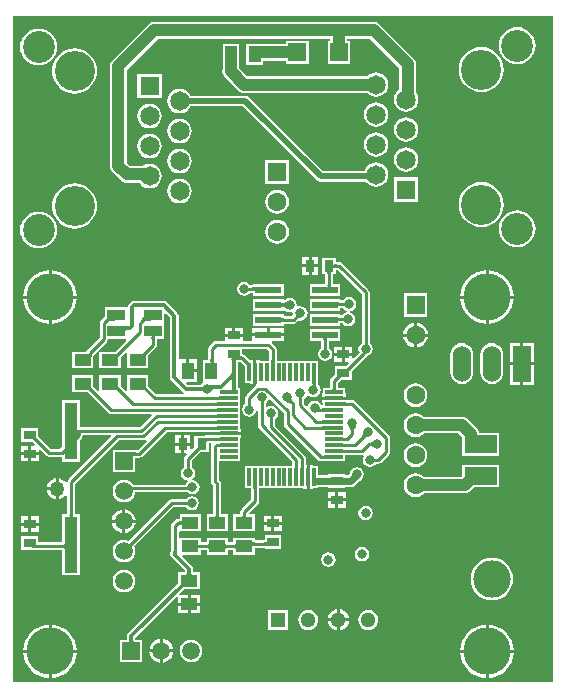
<source format=gtl>
G04*
G04 #@! TF.GenerationSoftware,Altium Limited,Altium Designer,20.0.13 (296)*
G04*
G04 Layer_Physical_Order=1*
G04 Layer_Color=255*
%FSLAX44Y44*%
%MOMM*%
G71*
G01*
G75*
%ADD15C,0.2540*%
%ADD16R,2.7200X1.5300*%
%ADD17R,1.5000X1.5000*%
%ADD18R,1.0000X1.4000*%
%ADD19R,1.4000X1.0000*%
%ADD20R,1.1000X4.8000*%
%ADD21R,1.0000X0.8000*%
%ADD22R,0.3000X1.5000*%
%ADD23R,1.5000X0.3000*%
%ADD24R,2.2000X0.6000*%
%ADD25R,0.8000X1.0000*%
%ADD26R,1.5000X0.9000*%
%ADD54C,0.3000*%
%ADD55C,1.0000*%
%ADD56C,0.5000*%
%ADD57C,0.6000*%
%ADD58C,1.5000*%
%ADD59R,1.5000X1.5000*%
%ADD60C,3.4000*%
%ADD61R,1.6500X1.6500*%
%ADD62C,1.6500*%
%ADD63C,2.7000*%
%ADD64R,1.5240X3.0480*%
%ADD65O,1.5240X3.0480*%
%ADD66C,3.1750*%
%ADD67C,1.6000*%
%ADD68R,1.6000X1.6000*%
%ADD69R,1.6000X1.6000*%
%ADD70C,1.2880*%
%ADD71R,1.2880X1.2880*%
%ADD72C,4.0000*%
%ADD73C,0.8000*%
%ADD74C,1.2700*%
G36*
X460431Y3569D02*
X3569D01*
Y567681D01*
X460431D01*
X460431Y3569D01*
D02*
G37*
%LPC*%
G36*
X253500Y546500D02*
X234500D01*
Y544060D01*
X214750D01*
Y544250D01*
X200750D01*
Y537459D01*
X200690Y537000D01*
Y535250D01*
X200750Y534791D01*
Y526250D01*
X214750D01*
Y529940D01*
X234500D01*
Y527500D01*
X253500D01*
Y546500D01*
D02*
G37*
G36*
X430000Y558325D02*
X426962Y558026D01*
X424040Y557139D01*
X421347Y555700D01*
X418987Y553763D01*
X417050Y551403D01*
X415611Y548710D01*
X414724Y545788D01*
X414425Y542750D01*
X414724Y539711D01*
X415611Y536790D01*
X417050Y534097D01*
X418987Y531737D01*
X421347Y529800D01*
X424040Y528361D01*
X426962Y527474D01*
X430000Y527175D01*
X433038Y527474D01*
X435960Y528361D01*
X438653Y529800D01*
X441013Y531737D01*
X442950Y534097D01*
X444389Y536790D01*
X445276Y539711D01*
X445575Y542750D01*
X445276Y545788D01*
X444389Y548710D01*
X442950Y551403D01*
X441013Y553763D01*
X438653Y555700D01*
X435960Y557139D01*
X433038Y558026D01*
X430000Y558325D01*
D02*
G37*
G36*
X24750Y557125D02*
X21711Y556826D01*
X18790Y555939D01*
X16097Y554500D01*
X13737Y552563D01*
X11800Y550203D01*
X10361Y547510D01*
X9474Y544589D01*
X9175Y541550D01*
X9474Y538512D01*
X10361Y535590D01*
X11800Y532897D01*
X13737Y530537D01*
X16097Y528600D01*
X18790Y527161D01*
X21711Y526274D01*
X24750Y525975D01*
X27789Y526274D01*
X30710Y527161D01*
X33403Y528600D01*
X35763Y530537D01*
X37700Y532897D01*
X39139Y535590D01*
X40026Y538512D01*
X40325Y541550D01*
X40026Y544589D01*
X39139Y547510D01*
X37700Y550203D01*
X35763Y552563D01*
X33403Y554500D01*
X30710Y555939D01*
X27789Y556826D01*
X24750Y557125D01*
D02*
G37*
G36*
X399500Y541492D02*
X395775Y541125D01*
X392194Y540039D01*
X388893Y538274D01*
X386000Y535900D01*
X383626Y533007D01*
X381861Y529706D01*
X380775Y526125D01*
X380408Y522400D01*
X380775Y518675D01*
X381861Y515094D01*
X383626Y511793D01*
X386000Y508900D01*
X388893Y506526D01*
X392194Y504761D01*
X395775Y503675D01*
X399500Y503308D01*
X403225Y503675D01*
X406806Y504761D01*
X410107Y506526D01*
X413000Y508900D01*
X415374Y511793D01*
X417139Y515094D01*
X418225Y518675D01*
X418592Y522400D01*
X418225Y526125D01*
X417139Y529706D01*
X415374Y533007D01*
X413000Y535900D01*
X410107Y538274D01*
X406806Y540039D01*
X403225Y541125D01*
X399500Y541492D01*
D02*
G37*
G36*
X55250Y540292D02*
X51525Y539925D01*
X47944Y538839D01*
X44643Y537074D01*
X41750Y534700D01*
X39376Y531807D01*
X37611Y528506D01*
X36525Y524925D01*
X36158Y521200D01*
X36525Y517475D01*
X37611Y513894D01*
X39376Y510593D01*
X41750Y507700D01*
X44643Y505326D01*
X47944Y503561D01*
X51525Y502475D01*
X55250Y502108D01*
X58975Y502475D01*
X62556Y503561D01*
X65857Y505326D01*
X68750Y507700D01*
X71124Y510593D01*
X72889Y513894D01*
X73975Y517475D01*
X74342Y521200D01*
X73975Y524925D01*
X72889Y528506D01*
X71124Y531807D01*
X68750Y534700D01*
X65857Y537074D01*
X62556Y538839D01*
X58975Y539925D01*
X55250Y540292D01*
D02*
G37*
G36*
X194750Y544250D02*
X180750D01*
Y535709D01*
X180690Y535250D01*
Y522600D01*
X180680Y522577D01*
X180440Y520750D01*
X180680Y518923D01*
X181385Y517220D01*
X182508Y515758D01*
X193558Y504708D01*
X195020Y503586D01*
X196723Y502880D01*
X198550Y502640D01*
X303098D01*
X303290Y502390D01*
X305431Y500747D01*
X307924Y499714D01*
X310600Y499362D01*
X313276Y499714D01*
X315769Y500747D01*
X317910Y502390D01*
X319553Y504531D01*
X320586Y507024D01*
X320938Y509700D01*
X320586Y512376D01*
X319553Y514869D01*
X317910Y517010D01*
X315769Y518653D01*
X313276Y519686D01*
X310600Y520038D01*
X307924Y519686D01*
X305431Y518653D01*
X303290Y517010D01*
X303098Y516760D01*
X201474D01*
X194810Y523424D01*
Y535250D01*
X194750Y535709D01*
Y544250D01*
D02*
G37*
G36*
X129000Y518750D02*
X108500D01*
Y498250D01*
X129000D01*
Y518750D01*
D02*
G37*
G36*
X308500Y562560D02*
X122750D01*
X120923Y562320D01*
X119220Y561614D01*
X117758Y560493D01*
X87258Y529992D01*
X86136Y528530D01*
X85430Y526827D01*
X85190Y525000D01*
Y440750D01*
X85430Y438923D01*
X86136Y437220D01*
X87258Y435757D01*
X94464Y428551D01*
X95926Y427429D01*
X97629Y426724D01*
X99456Y426483D01*
X110294D01*
X111440Y424990D01*
X113581Y423347D01*
X116074Y422314D01*
X118750Y421962D01*
X121426Y422314D01*
X123919Y423347D01*
X126060Y424990D01*
X127703Y427131D01*
X128736Y429624D01*
X129088Y432300D01*
X128736Y434976D01*
X127703Y437469D01*
X126060Y439610D01*
X123919Y441253D01*
X121426Y442286D01*
X118750Y442638D01*
X116074Y442286D01*
X113581Y441253D01*
X112735Y440604D01*
X102381D01*
X99310Y443675D01*
Y522076D01*
X125674Y548440D01*
X271940D01*
Y546500D01*
X269500D01*
Y527500D01*
X288500D01*
Y546500D01*
X286060D01*
Y548440D01*
X305576D01*
X330183Y523832D01*
Y505457D01*
X328690Y504310D01*
X327047Y502169D01*
X326014Y499676D01*
X325662Y497000D01*
X326014Y494324D01*
X327047Y491831D01*
X328690Y489690D01*
X330831Y488047D01*
X333324Y487014D01*
X336000Y486662D01*
X338676Y487014D01*
X341169Y488047D01*
X343310Y489690D01*
X344953Y491831D01*
X345986Y494324D01*
X346338Y497000D01*
X345986Y499676D01*
X344953Y502169D01*
X344304Y503015D01*
Y526756D01*
X344063Y528584D01*
X343358Y530286D01*
X342236Y531749D01*
X313493Y560493D01*
X312030Y561614D01*
X310327Y562320D01*
X308500Y562560D01*
D02*
G37*
G36*
X310600Y494638D02*
X307924Y494286D01*
X305431Y493253D01*
X303290Y491610D01*
X301647Y489469D01*
X300614Y486976D01*
X300262Y484300D01*
X300614Y481624D01*
X301647Y479131D01*
X303290Y476990D01*
X305431Y475347D01*
X307924Y474314D01*
X310600Y473962D01*
X313276Y474314D01*
X315769Y475347D01*
X317910Y476990D01*
X319553Y479131D01*
X320586Y481624D01*
X320938Y484300D01*
X320586Y486976D01*
X319553Y489469D01*
X317910Y491610D01*
X315769Y493253D01*
X313276Y494286D01*
X310600Y494638D01*
D02*
G37*
G36*
X118750Y493438D02*
X116074Y493086D01*
X113581Y492053D01*
X111440Y490410D01*
X109797Y488269D01*
X108764Y485776D01*
X108412Y483100D01*
X108764Y480424D01*
X109797Y477931D01*
X111440Y475790D01*
X113581Y474147D01*
X116074Y473114D01*
X118750Y472762D01*
X121426Y473114D01*
X123919Y474147D01*
X126060Y475790D01*
X127703Y477931D01*
X128736Y480424D01*
X129088Y483100D01*
X128736Y485776D01*
X127703Y488269D01*
X126060Y490410D01*
X123919Y492053D01*
X121426Y493086D01*
X118750Y493438D01*
D02*
G37*
G36*
X336000Y481938D02*
X333324Y481586D01*
X330831Y480553D01*
X328690Y478910D01*
X327047Y476769D01*
X326014Y474276D01*
X325662Y471600D01*
X326014Y468924D01*
X327047Y466431D01*
X328690Y464290D01*
X330831Y462647D01*
X333324Y461614D01*
X336000Y461262D01*
X338676Y461614D01*
X341169Y462647D01*
X343310Y464290D01*
X344953Y466431D01*
X345986Y468924D01*
X346338Y471600D01*
X345986Y474276D01*
X344953Y476769D01*
X343310Y478910D01*
X341169Y480553D01*
X338676Y481586D01*
X336000Y481938D01*
D02*
G37*
G36*
X144150Y480738D02*
X141474Y480386D01*
X138981Y479353D01*
X136840Y477710D01*
X135197Y475569D01*
X134164Y473076D01*
X133812Y470400D01*
X134164Y467724D01*
X135197Y465231D01*
X136840Y463090D01*
X138981Y461447D01*
X141474Y460414D01*
X144150Y460062D01*
X146826Y460414D01*
X149319Y461447D01*
X151460Y463090D01*
X153103Y465231D01*
X154136Y467724D01*
X154488Y470400D01*
X154136Y473076D01*
X153103Y475569D01*
X151460Y477710D01*
X149319Y479353D01*
X146826Y480386D01*
X144150Y480738D01*
D02*
G37*
G36*
X310600Y469238D02*
X307924Y468886D01*
X305431Y467853D01*
X303290Y466210D01*
X301647Y464069D01*
X300614Y461576D01*
X300262Y458900D01*
X300614Y456224D01*
X301647Y453731D01*
X303290Y451590D01*
X305431Y449947D01*
X307924Y448914D01*
X310600Y448562D01*
X313276Y448914D01*
X315769Y449947D01*
X317910Y451590D01*
X319553Y453731D01*
X320586Y456224D01*
X320938Y458900D01*
X320586Y461576D01*
X319553Y464069D01*
X317910Y466210D01*
X315769Y467853D01*
X313276Y468886D01*
X310600Y469238D01*
D02*
G37*
G36*
X118750Y468038D02*
X116074Y467686D01*
X113581Y466653D01*
X111440Y465010D01*
X109797Y462869D01*
X108764Y460376D01*
X108412Y457700D01*
X108764Y455024D01*
X109797Y452531D01*
X111440Y450390D01*
X113581Y448747D01*
X116074Y447714D01*
X118750Y447362D01*
X121426Y447714D01*
X123919Y448747D01*
X126060Y450390D01*
X127703Y452531D01*
X128736Y455024D01*
X129088Y457700D01*
X128736Y460376D01*
X127703Y462869D01*
X126060Y465010D01*
X123919Y466653D01*
X121426Y467686D01*
X118750Y468038D01*
D02*
G37*
G36*
X336000Y456538D02*
X333324Y456186D01*
X330831Y455153D01*
X328690Y453510D01*
X327047Y451369D01*
X326014Y448876D01*
X325662Y446200D01*
X326014Y443524D01*
X327047Y441031D01*
X328690Y438890D01*
X330831Y437247D01*
X333324Y436214D01*
X336000Y435862D01*
X338676Y436214D01*
X341169Y437247D01*
X343310Y438890D01*
X344953Y441031D01*
X345986Y443524D01*
X346338Y446200D01*
X345986Y448876D01*
X344953Y451369D01*
X343310Y453510D01*
X341169Y455153D01*
X338676Y456186D01*
X336000Y456538D01*
D02*
G37*
G36*
X144150Y455338D02*
X141474Y454986D01*
X138981Y453953D01*
X136840Y452310D01*
X135197Y450169D01*
X134164Y447676D01*
X133812Y445000D01*
X134164Y442324D01*
X135197Y439831D01*
X136840Y437690D01*
X138981Y436047D01*
X141474Y435014D01*
X144150Y434662D01*
X146826Y435014D01*
X149319Y436047D01*
X151460Y437690D01*
X153103Y439831D01*
X154136Y442324D01*
X154488Y445000D01*
X154136Y447676D01*
X153103Y450169D01*
X151460Y452310D01*
X149319Y453953D01*
X146826Y454986D01*
X144150Y455338D01*
D02*
G37*
G36*
X236750Y445900D02*
X216750D01*
Y425900D01*
X236750D01*
Y445900D01*
D02*
G37*
G36*
X144150Y506138D02*
X141474Y505786D01*
X138981Y504753D01*
X136840Y503110D01*
X135197Y500969D01*
X134164Y498476D01*
X133812Y495800D01*
X134164Y493124D01*
X135197Y490631D01*
X136840Y488490D01*
X138981Y486847D01*
X141474Y485814D01*
X144150Y485462D01*
X146826Y485814D01*
X149319Y486847D01*
X151460Y488490D01*
X153103Y490631D01*
X153344Y491212D01*
X197799D01*
X260256Y428756D01*
X261744Y427761D01*
X263500Y427412D01*
X302352D01*
X303290Y426190D01*
X305431Y424547D01*
X307924Y423514D01*
X310600Y423162D01*
X313276Y423514D01*
X315769Y424547D01*
X317910Y426190D01*
X319553Y428331D01*
X320586Y430824D01*
X320938Y433500D01*
X320586Y436176D01*
X319553Y438669D01*
X317910Y440810D01*
X315769Y442453D01*
X313276Y443486D01*
X310600Y443838D01*
X307924Y443486D01*
X305431Y442453D01*
X303290Y440810D01*
X301647Y438669D01*
X300785Y436588D01*
X265401D01*
X202944Y499044D01*
X201456Y500039D01*
X199700Y500388D01*
X153344D01*
X153103Y500969D01*
X151460Y503110D01*
X149319Y504753D01*
X146826Y505786D01*
X144150Y506138D01*
D02*
G37*
G36*
X346250Y431050D02*
X325750D01*
Y410550D01*
X346250D01*
Y431050D01*
D02*
G37*
G36*
X144150Y429938D02*
X141474Y429586D01*
X138981Y428553D01*
X136840Y426910D01*
X135197Y424769D01*
X134164Y422276D01*
X133812Y419600D01*
X134164Y416924D01*
X135197Y414431D01*
X136840Y412290D01*
X138981Y410647D01*
X141474Y409614D01*
X144150Y409262D01*
X146826Y409614D01*
X149319Y410647D01*
X151460Y412290D01*
X153103Y414431D01*
X154136Y416924D01*
X154488Y419600D01*
X154136Y422276D01*
X153103Y424769D01*
X151460Y426910D01*
X149319Y428553D01*
X146826Y429586D01*
X144150Y429938D01*
D02*
G37*
G36*
X226750Y420586D02*
X224139Y420243D01*
X221707Y419235D01*
X219618Y417632D01*
X218015Y415543D01*
X217007Y413111D01*
X216664Y410500D01*
X217007Y407890D01*
X218015Y405457D01*
X219618Y403368D01*
X221707Y401765D01*
X224139Y400757D01*
X226750Y400414D01*
X229361Y400757D01*
X231793Y401765D01*
X233882Y403368D01*
X235485Y405457D01*
X236493Y407890D01*
X236836Y410500D01*
X236493Y413111D01*
X235485Y415543D01*
X233882Y417632D01*
X231793Y419235D01*
X229361Y420243D01*
X226750Y420586D01*
D02*
G37*
G36*
X399500Y427192D02*
X395775Y426825D01*
X392194Y425739D01*
X388893Y423974D01*
X386000Y421600D01*
X383626Y418707D01*
X381861Y415406D01*
X380775Y411825D01*
X380408Y408100D01*
X380775Y404375D01*
X381861Y400794D01*
X383626Y397493D01*
X386000Y394600D01*
X388893Y392226D01*
X392194Y390461D01*
X395775Y389375D01*
X399500Y389008D01*
X403225Y389375D01*
X406806Y390461D01*
X410107Y392226D01*
X413000Y394600D01*
X415374Y397493D01*
X417139Y400794D01*
X418225Y404375D01*
X418592Y408100D01*
X418225Y411825D01*
X417139Y415406D01*
X415374Y418707D01*
X413000Y421600D01*
X410107Y423974D01*
X406806Y425739D01*
X403225Y426825D01*
X399500Y427192D01*
D02*
G37*
G36*
X55250Y425992D02*
X51525Y425625D01*
X47944Y424539D01*
X44643Y422774D01*
X41750Y420400D01*
X39376Y417507D01*
X37611Y414206D01*
X36525Y410625D01*
X36158Y406900D01*
X36525Y403175D01*
X37611Y399594D01*
X39376Y396293D01*
X41750Y393400D01*
X44643Y391026D01*
X47944Y389261D01*
X51525Y388175D01*
X55250Y387808D01*
X58975Y388175D01*
X62556Y389261D01*
X65857Y391026D01*
X68750Y393400D01*
X71124Y396293D01*
X72889Y399594D01*
X73975Y403175D01*
X74342Y406900D01*
X73975Y410625D01*
X72889Y414206D01*
X71124Y417507D01*
X68750Y420400D01*
X65857Y422774D01*
X62556Y424539D01*
X58975Y425625D01*
X55250Y425992D01*
D02*
G37*
G36*
X226750Y395186D02*
X224139Y394843D01*
X221707Y393835D01*
X219618Y392232D01*
X218015Y390143D01*
X217007Y387710D01*
X216664Y385100D01*
X217007Y382490D01*
X218015Y380057D01*
X219618Y377968D01*
X221707Y376365D01*
X224139Y375357D01*
X226750Y375014D01*
X229361Y375357D01*
X231793Y376365D01*
X233882Y377968D01*
X235485Y380057D01*
X236493Y382490D01*
X236836Y385100D01*
X236493Y387710D01*
X235485Y390143D01*
X233882Y392232D01*
X231793Y393835D01*
X229361Y394843D01*
X226750Y395186D01*
D02*
G37*
G36*
X430000Y403325D02*
X426962Y403026D01*
X424040Y402139D01*
X421347Y400700D01*
X418987Y398763D01*
X417050Y396403D01*
X415611Y393710D01*
X414724Y390788D01*
X414425Y387750D01*
X414724Y384711D01*
X415611Y381790D01*
X417050Y379097D01*
X418987Y376737D01*
X421347Y374800D01*
X424040Y373361D01*
X426962Y372474D01*
X430000Y372175D01*
X433038Y372474D01*
X435960Y373361D01*
X438653Y374800D01*
X441013Y376737D01*
X442950Y379097D01*
X444389Y381790D01*
X445276Y384711D01*
X445575Y387750D01*
X445276Y390788D01*
X444389Y393710D01*
X442950Y396403D01*
X441013Y398763D01*
X438653Y400700D01*
X435960Y402139D01*
X433038Y403026D01*
X430000Y403325D01*
D02*
G37*
G36*
X24750Y402125D02*
X21711Y401826D01*
X18790Y400939D01*
X16097Y399500D01*
X13737Y397563D01*
X11800Y395203D01*
X10361Y392510D01*
X9474Y389589D01*
X9175Y386550D01*
X9474Y383512D01*
X10361Y380590D01*
X11800Y377897D01*
X13737Y375537D01*
X16097Y373600D01*
X18790Y372161D01*
X21711Y371274D01*
X24750Y370975D01*
X27789Y371274D01*
X30710Y372161D01*
X33403Y373600D01*
X35763Y375537D01*
X37700Y377897D01*
X39139Y380590D01*
X40026Y383512D01*
X40325Y386550D01*
X40026Y389589D01*
X39139Y392510D01*
X37700Y395203D01*
X35763Y397563D01*
X33403Y399500D01*
X30710Y400939D01*
X27789Y401826D01*
X24750Y402125D01*
D02*
G37*
G36*
X261290Y363790D02*
X256020D01*
Y357520D01*
X261290D01*
Y363790D01*
D02*
G37*
G36*
X253480D02*
X248210D01*
Y357520D01*
X253480D01*
Y363790D01*
D02*
G37*
G36*
X261290Y354980D02*
X256020D01*
Y348710D01*
X261290D01*
Y354980D01*
D02*
G37*
G36*
X253480D02*
X248210D01*
Y348710D01*
X253480D01*
Y354980D01*
D02*
G37*
G36*
X199000Y342868D02*
X196659Y342402D01*
X194674Y341076D01*
X193348Y339091D01*
X192882Y336750D01*
X193348Y334409D01*
X194674Y332424D01*
X196659Y331098D01*
X199000Y330633D01*
X201341Y331098D01*
X203326Y332424D01*
X203988Y333416D01*
X206250D01*
Y331050D01*
X232250D01*
Y341050D01*
X213806D01*
X213484Y341114D01*
X213162Y341050D01*
X208313D01*
X208268Y341059D01*
X208225Y341050D01*
X206250D01*
Y340084D01*
X203988D01*
X203326Y341076D01*
X201341Y342402D01*
X199000Y342868D01*
D02*
G37*
G36*
X405770Y352274D02*
Y331020D01*
X427024D01*
X426714Y334169D01*
X425425Y338417D01*
X423332Y342333D01*
X420515Y345765D01*
X417083Y348582D01*
X413167Y350675D01*
X408919Y351964D01*
X405770Y352274D01*
D02*
G37*
G36*
X403230D02*
X400081Y351964D01*
X395833Y350675D01*
X391917Y348582D01*
X388485Y345765D01*
X385668Y342333D01*
X383575Y338417D01*
X382286Y334169D01*
X381976Y331020D01*
X403230D01*
Y352274D01*
D02*
G37*
G36*
X35770D02*
Y331020D01*
X57024D01*
X56714Y334169D01*
X55425Y338417D01*
X53332Y342333D01*
X50515Y345765D01*
X47083Y348582D01*
X43167Y350675D01*
X38919Y351964D01*
X35770Y352274D01*
D02*
G37*
G36*
X33230D02*
X30081Y351964D01*
X25833Y350675D01*
X21917Y348582D01*
X18485Y345765D01*
X15668Y342333D01*
X13575Y338417D01*
X12286Y334169D01*
X11976Y331020D01*
X33230D01*
Y352274D01*
D02*
G37*
G36*
X237500Y329118D02*
X235159Y328652D01*
X234203Y328013D01*
X234017Y327934D01*
X233572Y327628D01*
X233520Y327597D01*
X232250Y328320D01*
Y328350D01*
X206250D01*
Y318350D01*
X232250D01*
X232250Y318350D01*
X233494Y318461D01*
X233781Y318242D01*
X233930Y318170D01*
X235159Y317348D01*
X237500Y316882D01*
X239336Y317248D01*
X240451Y316345D01*
X240382Y316000D01*
X240558Y315118D01*
X239424Y313984D01*
X232250D01*
Y315650D01*
X206250D01*
Y305650D01*
X232250D01*
Y307316D01*
X240805D01*
X242081Y307570D01*
X243163Y308293D01*
X245042Y310172D01*
X246500Y309883D01*
X248841Y310348D01*
X250826Y311674D01*
X252152Y313659D01*
X252618Y316000D01*
X252152Y318341D01*
X250826Y320326D01*
X248841Y321652D01*
X246500Y322118D01*
X244664Y321752D01*
X243549Y322655D01*
X243617Y323000D01*
X243152Y325341D01*
X241826Y327326D01*
X239841Y328652D01*
X237500Y329118D01*
D02*
G37*
G36*
X287500Y330118D02*
X285159Y329652D01*
X283174Y328326D01*
X282294Y327009D01*
X280250D01*
Y328350D01*
X254250D01*
Y318350D01*
X280250D01*
Y320341D01*
X282729D01*
X283174Y319674D01*
X285159Y318348D01*
X285918Y318197D01*
Y316902D01*
X284659Y316652D01*
X282674Y315326D01*
X281895Y314159D01*
X280250D01*
Y315650D01*
X254250D01*
Y305650D01*
X280250D01*
Y307491D01*
X282129D01*
X282674Y306674D01*
X284659Y305348D01*
X287000Y304883D01*
X289341Y305348D01*
X291326Y306674D01*
X292652Y308659D01*
X293118Y311000D01*
X292652Y313341D01*
X291326Y315326D01*
X289341Y316652D01*
X288582Y316803D01*
Y318098D01*
X289841Y318348D01*
X291826Y319674D01*
X293152Y321659D01*
X293617Y324000D01*
X293152Y326341D01*
X291826Y328326D01*
X289841Y329652D01*
X287500Y330118D01*
D02*
G37*
G36*
X354000Y332950D02*
X334000D01*
Y312950D01*
X354000D01*
Y332950D01*
D02*
G37*
G36*
X57024Y328480D02*
X35770D01*
Y307226D01*
X38919Y307536D01*
X43167Y308825D01*
X47083Y310918D01*
X50515Y313735D01*
X53332Y317167D01*
X55425Y321083D01*
X56714Y325331D01*
X57024Y328480D01*
D02*
G37*
G36*
X33230D02*
X11976D01*
X12286Y325331D01*
X13575Y321083D01*
X15668Y317167D01*
X18485Y313735D01*
X21917Y310918D01*
X25833Y308825D01*
X30081Y307536D01*
X33230Y307226D01*
Y328480D01*
D02*
G37*
G36*
X427024D02*
X405770D01*
Y307226D01*
X408919Y307536D01*
X413167Y308825D01*
X417083Y310918D01*
X420515Y313735D01*
X423332Y317167D01*
X425425Y321083D01*
X426714Y325331D01*
X427024Y328480D01*
D02*
G37*
G36*
X403230D02*
X381976D01*
X382286Y325331D01*
X383575Y321083D01*
X385668Y317167D01*
X388485Y313735D01*
X391917Y310918D01*
X395833Y308825D01*
X400081Y307536D01*
X403230Y307226D01*
Y328480D01*
D02*
G37*
G36*
X232790Y303490D02*
X220520D01*
Y299220D01*
X232790D01*
Y303490D01*
D02*
G37*
G36*
X217980D02*
X205710D01*
Y299220D01*
X217980D01*
Y303490D01*
D02*
G37*
G36*
X345270Y308014D02*
Y298820D01*
X354464D01*
X354269Y300301D01*
X353207Y302866D01*
X351517Y305067D01*
X349315Y306757D01*
X346752Y307819D01*
X345270Y308014D01*
D02*
G37*
G36*
X342730Y308014D02*
X341249Y307819D01*
X338685Y306757D01*
X336483Y305067D01*
X334793Y302866D01*
X333731Y300301D01*
X333536Y298820D01*
X342730D01*
Y308014D01*
D02*
G37*
G36*
X197540Y303790D02*
X191270D01*
Y298520D01*
X197540D01*
Y303790D01*
D02*
G37*
G36*
X188730D02*
X182460D01*
Y298520D01*
X188730D01*
Y303790D01*
D02*
G37*
G36*
X342730Y296280D02*
X333536D01*
X333731Y294799D01*
X334793Y292234D01*
X336483Y290033D01*
X338685Y288343D01*
X341249Y287281D01*
X342730Y287086D01*
Y296280D01*
D02*
G37*
G36*
X354464D02*
X345270D01*
Y287086D01*
X346752Y287281D01*
X349315Y288343D01*
X351517Y290033D01*
X353207Y292234D01*
X354269Y294799D01*
X354464Y296280D01*
D02*
G37*
G36*
X290290Y287790D02*
X284020D01*
Y282520D01*
X290290D01*
Y287790D01*
D02*
G37*
G36*
X281480D02*
X275210D01*
Y282520D01*
X281480D01*
Y287790D01*
D02*
G37*
G36*
X276750Y363250D02*
X264750D01*
Y349250D01*
X267416D01*
Y341050D01*
X254250D01*
Y331050D01*
X280250D01*
Y341050D01*
X274084D01*
Y349250D01*
X276750D01*
Y352551D01*
X278020Y352765D01*
X298400Y332385D01*
Y290973D01*
X297409Y290310D01*
X296082Y288325D01*
X295617Y285984D01*
X296082Y283643D01*
X296621Y282836D01*
X291463Y277678D01*
X290290Y278164D01*
Y279980D01*
X284020D01*
Y274710D01*
X286836D01*
X287322Y273537D01*
X285035Y271250D01*
X275750D01*
Y263965D01*
X272642Y260858D01*
X271920Y259776D01*
X271666Y258500D01*
Y252750D01*
X265500D01*
Y248290D01*
X264960D01*
Y245520D01*
X275000D01*
X285040D01*
Y248290D01*
X284500D01*
Y252750D01*
X278334D01*
Y257119D01*
X280465Y259250D01*
X289750D01*
Y266535D01*
X303047Y279832D01*
X303275Y280173D01*
X304075Y280333D01*
X306060Y281659D01*
X307386Y283643D01*
X307852Y285984D01*
X307386Y288325D01*
X306060Y290310D01*
X305068Y290973D01*
Y333766D01*
X304815Y335042D01*
X304092Y336123D01*
X281607Y358607D01*
X280526Y359330D01*
X279250Y359584D01*
X276750D01*
Y363250D01*
D02*
G37*
G36*
X280250Y302950D02*
X254250D01*
Y292950D01*
X264166D01*
Y286738D01*
X263174Y286076D01*
X261848Y284091D01*
X261383Y281750D01*
X261848Y279409D01*
X263174Y277424D01*
X265159Y276098D01*
X267500Y275632D01*
X269841Y276098D01*
X271826Y277424D01*
X273152Y279409D01*
X273617Y281750D01*
X273152Y284091D01*
X271826Y286076D01*
X270834Y286738D01*
Y292950D01*
X280250D01*
Y302950D01*
D02*
G37*
G36*
X444060Y291280D02*
X435170D01*
Y274770D01*
X444060D01*
Y291280D01*
D02*
G37*
G36*
X432630D02*
X423740D01*
Y274770D01*
X432630D01*
Y291280D01*
D02*
G37*
G36*
X281480Y279980D02*
X275210D01*
Y274710D01*
X281480D01*
Y279980D01*
D02*
G37*
G36*
X152270Y277040D02*
Y268770D01*
X158540D01*
Y277040D01*
X152270D01*
D02*
G37*
G36*
X408500Y290823D02*
X405989Y290492D01*
X403648Y289523D01*
X401639Y287981D01*
X400097Y285972D01*
X399128Y283631D01*
X398797Y281120D01*
Y265880D01*
X399128Y263369D01*
X400097Y261028D01*
X401639Y259019D01*
X403648Y257477D01*
X405989Y256508D01*
X408500Y256177D01*
X411011Y256508D01*
X413352Y257477D01*
X415361Y259019D01*
X416903Y261028D01*
X417872Y263369D01*
X418203Y265880D01*
Y281120D01*
X417872Y283631D01*
X416903Y285972D01*
X415361Y287981D01*
X413352Y289523D01*
X411011Y290492D01*
X408500Y290823D01*
D02*
G37*
G36*
X383100D02*
X380589Y290492D01*
X378248Y289523D01*
X376239Y287981D01*
X374697Y285972D01*
X373728Y283631D01*
X373397Y281120D01*
Y265880D01*
X373728Y263369D01*
X374697Y261028D01*
X376239Y259019D01*
X378248Y257477D01*
X380589Y256508D01*
X383100Y256177D01*
X385611Y256508D01*
X387952Y257477D01*
X389961Y259019D01*
X391503Y261028D01*
X392472Y263369D01*
X392803Y265880D01*
Y281120D01*
X392472Y283631D01*
X391503Y285972D01*
X389961Y287981D01*
X387952Y289523D01*
X385611Y290492D01*
X383100Y290823D01*
D02*
G37*
G36*
X444060Y272230D02*
X435170D01*
Y255720D01*
X444060D01*
Y272230D01*
D02*
G37*
G36*
X432630D02*
X423740D01*
Y255720D01*
X432630D01*
Y272230D01*
D02*
G37*
G36*
X130700Y326319D02*
X105757D01*
X104392Y326047D01*
X103234Y325273D01*
X101477Y323516D01*
X100703Y322358D01*
X100698Y322334D01*
X100250Y321250D01*
X81250D01*
Y313715D01*
X77622Y310088D01*
X76900Y309006D01*
X76646Y307730D01*
Y295611D01*
X65623Y284587D01*
X64900Y283506D01*
X64899Y283500D01*
X53250D01*
Y269500D01*
X71250D01*
Y279908D01*
X71314Y280230D01*
Y280849D01*
X82338Y291873D01*
X83060Y292954D01*
X83314Y294230D01*
Y294250D01*
X98489D01*
X99015Y292980D01*
X89535Y283500D01*
X76250D01*
Y269500D01*
X94250D01*
Y278785D01*
X98480Y283015D01*
X99750Y282489D01*
Y269500D01*
X117750D01*
Y280785D01*
X124108Y287143D01*
X124830Y288224D01*
X125084Y289500D01*
Y294250D01*
X131250D01*
Y307250D01*
X131250Y307250D01*
Y308250D01*
X131250D01*
X131250Y308520D01*
Y315494D01*
X132423Y315980D01*
X136203Y312200D01*
Y261779D01*
X136475Y260413D01*
X137248Y259255D01*
X147277Y249227D01*
X147835Y248854D01*
X147449Y247584D01*
X124381D01*
X117750Y254215D01*
Y263500D01*
X99750D01*
Y250511D01*
X98480Y249985D01*
X94250Y254215D01*
Y263500D01*
X76250D01*
Y251011D01*
X74980Y250485D01*
X71250Y254215D01*
Y263500D01*
X53250D01*
Y249500D01*
X66535D01*
X84142Y231893D01*
X85224Y231170D01*
X86500Y230916D01*
X120042D01*
X120527Y229743D01*
X110369Y219584D01*
X60000D01*
Y242250D01*
X45000D01*
Y203498D01*
X42925Y201423D01*
X34792D01*
X24250Y211965D01*
Y219250D01*
X10250D01*
Y207250D01*
X19535D01*
X21822Y204963D01*
X21336Y203790D01*
X18520D01*
Y198520D01*
X24790D01*
Y200336D01*
X25963Y200822D01*
X31054Y195731D01*
X32135Y195009D01*
X33411Y194755D01*
X44306D01*
X45000Y194185D01*
Y190250D01*
X60000D01*
Y209068D01*
X61233Y210300D01*
X61955Y211382D01*
X62209Y212658D01*
Y212889D01*
X62232Y212896D01*
X62356Y212916D01*
X86041D01*
X86528Y211743D01*
X50142Y175357D01*
X49420Y174276D01*
X49166Y173000D01*
Y172896D01*
X47896Y172465D01*
X46840Y173840D01*
X44983Y175265D01*
X42821Y176161D01*
X41770Y176299D01*
Y167500D01*
Y158701D01*
X42821Y158839D01*
X44983Y159735D01*
X46840Y161160D01*
X47896Y162535D01*
X49166Y162104D01*
Y146250D01*
X45000D01*
Y122104D01*
X24250D01*
Y127500D01*
X10250D01*
Y115500D01*
X19658D01*
X19980Y115436D01*
X45000D01*
Y94250D01*
X60000D01*
Y146250D01*
X55834D01*
Y171619D01*
X92591Y208376D01*
X113631D01*
X114906Y208630D01*
X115546Y209057D01*
X116355Y208071D01*
X108749Y200464D01*
X103230D01*
X102908Y200400D01*
X87500D01*
Y181400D01*
X106500D01*
Y193796D01*
X110130D01*
X111406Y194050D01*
X112487Y194772D01*
X133631Y215916D01*
X175960D01*
Y215520D01*
X196040D01*
Y218290D01*
X195500D01*
Y230750D01*
Y240750D01*
Y252750D01*
X193607D01*
X193585Y252884D01*
X193569Y253068D01*
Y264750D01*
Y274932D01*
X193585Y275116D01*
X193596Y275186D01*
X195349D01*
X199500Y271035D01*
Y256750D01*
X203960D01*
Y256210D01*
X208978D01*
X209216Y254940D01*
X208392Y254389D01*
X200893Y246890D01*
X200170Y245809D01*
X199916Y244533D01*
Y239488D01*
X198924Y238826D01*
X197598Y236841D01*
X197132Y234500D01*
X197598Y232159D01*
X198924Y230174D01*
X200909Y228848D01*
X203250Y228382D01*
X205591Y228848D01*
X207576Y230174D01*
X208902Y232159D01*
X209156Y233438D01*
X210426Y233313D01*
Y221069D01*
X210680Y219793D01*
X211403Y218712D01*
X239666Y190448D01*
Y186750D01*
X199500D01*
Y167750D01*
X204666D01*
Y158381D01*
X196642Y150358D01*
X195920Y149276D01*
X195666Y148000D01*
Y145750D01*
X189750D01*
Y131750D01*
X207750D01*
Y145750D01*
X203261D01*
X202735Y147020D01*
X210357Y154642D01*
X211080Y155724D01*
X211334Y157000D01*
Y167750D01*
X248960D01*
Y167210D01*
X251730D01*
Y177250D01*
Y187290D01*
X251334D01*
Y193250D01*
X251080Y194526D01*
X250357Y195608D01*
X225095Y220870D01*
Y226777D01*
X226087Y227439D01*
X227413Y229424D01*
X227879Y231765D01*
X227413Y234106D01*
X226087Y236091D01*
X224102Y237417D01*
X221761Y237883D01*
X219420Y237417D01*
X218365Y236712D01*
X217094Y237391D01*
Y239774D01*
X218086Y240436D01*
X219412Y242421D01*
X219524Y242981D01*
X220739Y243350D01*
X232376Y231713D01*
Y222230D01*
X232630Y220954D01*
X233353Y219872D01*
X261332Y191893D01*
X262414Y191170D01*
X263690Y190916D01*
X265500D01*
Y190750D01*
X267487D01*
X267530Y190741D01*
X267574Y190750D01*
X284500D01*
Y195916D01*
X298500D01*
X299219Y196059D01*
X299982Y194916D01*
X299598Y194341D01*
X299132Y192000D01*
X299598Y189659D01*
X300924Y187674D01*
X302909Y186348D01*
X305250Y185882D01*
X307591Y186348D01*
X309576Y187674D01*
X310238Y188666D01*
X312250D01*
X313526Y188920D01*
X314608Y189643D01*
X321377Y196413D01*
X322100Y197494D01*
X322354Y198770D01*
Y210636D01*
X322100Y211912D01*
X321377Y212994D01*
X292764Y241607D01*
X291682Y242330D01*
X290406Y242584D01*
X285040D01*
Y242980D01*
X275000D01*
X264960D01*
Y240210D01*
X265500D01*
Y238073D01*
X264230Y237948D01*
X264152Y238341D01*
X262826Y240326D01*
X260841Y241652D01*
X258500Y242118D01*
X256159Y241652D01*
X254174Y240326D01*
X252848Y238341D01*
X252737Y237781D01*
X251521Y237412D01*
X249584Y239350D01*
Y243512D01*
X250576Y244174D01*
X251902Y246159D01*
X251949Y246396D01*
X253285Y246600D01*
X255159Y245348D01*
X257500Y244883D01*
X259841Y245348D01*
X261826Y246674D01*
X263152Y248659D01*
X263618Y251000D01*
X263152Y253341D01*
X261826Y255326D01*
X261559Y255504D01*
X261500Y256750D01*
X261500D01*
Y258594D01*
X261500Y258595D01*
X261500Y258598D01*
Y258737D01*
X261509Y258780D01*
X261500Y258824D01*
Y275750D01*
X226334D01*
Y285750D01*
X226080Y287026D01*
X225357Y288107D01*
X222325Y291140D01*
X222851Y292410D01*
X232790D01*
Y296680D01*
X219250D01*
X205710D01*
Y292834D01*
X197540D01*
Y295980D01*
X190000D01*
X182460D01*
Y292834D01*
X175250D01*
X173974Y292580D01*
X172892Y291857D01*
X168892Y287857D01*
X168170Y286776D01*
X167916Y285500D01*
Y276500D01*
X164000D01*
Y258500D01*
X164165D01*
X164402Y257230D01*
X162674Y256076D01*
X162168Y255319D01*
X151278D01*
X149810Y256787D01*
X150296Y257960D01*
X158540D01*
Y266230D01*
X151000D01*
Y267500D01*
X149730D01*
Y277040D01*
X143460D01*
X143340Y278260D01*
Y313678D01*
X143069Y315044D01*
X142295Y316201D01*
X133223Y325273D01*
X132065Y326047D01*
X130700Y326319D01*
D02*
G37*
G36*
X344000Y256836D02*
X341390Y256493D01*
X338957Y255485D01*
X336868Y253882D01*
X335265Y251793D01*
X334257Y249361D01*
X333914Y246750D01*
X334257Y244139D01*
X335265Y241707D01*
X336868Y239618D01*
X338957Y238015D01*
X341390Y237007D01*
X344000Y236664D01*
X346610Y237007D01*
X349043Y238015D01*
X351132Y239618D01*
X352735Y241707D01*
X353743Y244139D01*
X354086Y246750D01*
X353743Y249361D01*
X352735Y251793D01*
X351132Y253882D01*
X349043Y255485D01*
X346610Y256493D01*
X344000Y256836D01*
D02*
G37*
G36*
X153290Y212790D02*
X148020D01*
Y206520D01*
X153290D01*
Y212790D01*
D02*
G37*
G36*
X145480D02*
X140210D01*
Y206520D01*
X145480D01*
Y212790D01*
D02*
G37*
G36*
X15980Y203790D02*
X9710D01*
Y198520D01*
X15980D01*
Y203790D01*
D02*
G37*
G36*
X145480Y203980D02*
X140210D01*
Y197710D01*
X145480D01*
Y203980D01*
D02*
G37*
G36*
X344000Y231436D02*
X341390Y231093D01*
X338957Y230085D01*
X336868Y228482D01*
X335265Y226393D01*
X334257Y223960D01*
X333914Y221350D01*
X334257Y218739D01*
X335265Y216307D01*
X336868Y214218D01*
X338957Y212615D01*
X341390Y211607D01*
X344000Y211264D01*
X346610Y211607D01*
X349043Y212615D01*
X351132Y214218D01*
X351187Y214290D01*
X380135D01*
X383590Y210835D01*
Y207810D01*
X383650Y207351D01*
Y195510D01*
X414850D01*
Y214810D01*
X397572D01*
X397470Y215587D01*
X396764Y217290D01*
X395643Y218752D01*
X388052Y226342D01*
X386590Y227465D01*
X384887Y228170D01*
X383060Y228410D01*
X351187D01*
X351132Y228482D01*
X349043Y230085D01*
X346610Y231093D01*
X344000Y231436D01*
D02*
G37*
G36*
X24790Y195980D02*
X18520D01*
Y190710D01*
X24790D01*
Y195980D01*
D02*
G37*
G36*
X15980D02*
X9710D01*
Y190710D01*
X15980D01*
Y195980D01*
D02*
G37*
G36*
X344000Y206036D02*
X341390Y205693D01*
X338957Y204685D01*
X336868Y203082D01*
X335265Y200993D01*
X334257Y198561D01*
X333914Y195950D01*
X334257Y193340D01*
X335265Y190907D01*
X336868Y188818D01*
X338957Y187215D01*
X341390Y186207D01*
X344000Y185864D01*
X346610Y186207D01*
X349043Y187215D01*
X351132Y188818D01*
X352735Y190907D01*
X353743Y193340D01*
X354086Y195950D01*
X353743Y198561D01*
X352735Y200993D01*
X351132Y203082D01*
X349043Y204685D01*
X346610Y205693D01*
X344000Y206036D01*
D02*
G37*
G36*
X414850Y187990D02*
X383650D01*
Y178675D01*
X382585Y177610D01*
X351187D01*
X351132Y177682D01*
X349043Y179285D01*
X346610Y180293D01*
X344000Y180636D01*
X341390Y180293D01*
X338957Y179285D01*
X336868Y177682D01*
X335265Y175593D01*
X334257Y173160D01*
X333914Y170550D01*
X334257Y167939D01*
X335265Y165507D01*
X336868Y163418D01*
X338957Y161815D01*
X341390Y160807D01*
X344000Y160464D01*
X346610Y160807D01*
X349043Y161815D01*
X351132Y163418D01*
X351187Y163490D01*
X385510D01*
X387337Y163730D01*
X389040Y164436D01*
X390502Y165558D01*
X393635Y168690D01*
X414850D01*
Y187990D01*
D02*
G37*
G36*
X39230Y176299D02*
X38179Y176161D01*
X36017Y175265D01*
X34160Y173840D01*
X32735Y171983D01*
X31839Y169821D01*
X31700Y168770D01*
X39230D01*
Y176299D01*
D02*
G37*
G36*
X257040Y187290D02*
X254270D01*
Y177250D01*
Y167210D01*
X257040D01*
Y167750D01*
X261500D01*
Y168902D01*
X270250D01*
Y168000D01*
X284250D01*
Y168902D01*
X288750D01*
X290701Y169290D01*
X292355Y170395D01*
X295693Y173733D01*
X296538Y173901D01*
X298522Y175228D01*
X299849Y177212D01*
X300314Y179553D01*
X299849Y181894D01*
X298522Y183879D01*
X296538Y185205D01*
X294197Y185671D01*
X291856Y185205D01*
X289871Y183879D01*
X288545Y181894D01*
X288324Y180783D01*
X286638Y179098D01*
X284250D01*
Y180000D01*
X270250D01*
Y179098D01*
X261500D01*
Y186750D01*
X257040D01*
Y187290D01*
D02*
G37*
G36*
X284790Y164540D02*
X278520D01*
Y159270D01*
X284790D01*
Y164540D01*
D02*
G37*
G36*
X275980D02*
X269710D01*
Y159270D01*
X275980D01*
Y164540D01*
D02*
G37*
G36*
X39230Y166230D02*
X31700D01*
X31839Y165179D01*
X32735Y163017D01*
X34160Y161160D01*
X36017Y159735D01*
X38179Y158839D01*
X39230Y158701D01*
Y166230D01*
D02*
G37*
G36*
X284790Y156730D02*
X278520D01*
Y151460D01*
X284790D01*
Y156730D01*
D02*
G37*
G36*
X275980D02*
X269710D01*
Y151460D01*
X275980D01*
Y156730D01*
D02*
G37*
G36*
X154500Y161367D02*
X152159Y160902D01*
X150174Y159576D01*
X149512Y158584D01*
X137550D01*
X136274Y158330D01*
X135192Y157607D01*
X100937Y123352D01*
X99480Y123955D01*
X97000Y124282D01*
X94520Y123955D01*
X92209Y122998D01*
X90225Y121475D01*
X88702Y119491D01*
X87745Y117180D01*
X87418Y114700D01*
X87745Y112220D01*
X88702Y109909D01*
X90225Y107924D01*
X92209Y106402D01*
X94520Y105444D01*
X97000Y105118D01*
X99480Y105444D01*
X101791Y106402D01*
X103776Y107924D01*
X105298Y109909D01*
X106256Y112220D01*
X106582Y114700D01*
X106256Y117180D01*
X105652Y118637D01*
X138931Y151916D01*
X149512D01*
X150174Y150924D01*
X152159Y149598D01*
X154500Y149132D01*
X156841Y149598D01*
X158826Y150924D01*
X160152Y152909D01*
X160618Y155250D01*
X160152Y157591D01*
X158826Y159576D01*
X156841Y160902D01*
X154500Y161367D01*
D02*
G37*
G36*
X98270Y150059D02*
Y141370D01*
X106959D01*
X106782Y142721D01*
X105770Y145163D01*
X104161Y147261D01*
X102063Y148870D01*
X99621Y149882D01*
X98270Y150059D01*
D02*
G37*
G36*
X95730D02*
X94379Y149882D01*
X91937Y148870D01*
X89839Y147261D01*
X88230Y145163D01*
X87218Y142721D01*
X87041Y141370D01*
X95730D01*
Y150059D01*
D02*
G37*
G36*
X301750Y153118D02*
X299409Y152652D01*
X297424Y151326D01*
X296098Y149341D01*
X295632Y147000D01*
X296098Y144659D01*
X297424Y142674D01*
X299409Y141348D01*
X301750Y140883D01*
X304091Y141348D01*
X306076Y142674D01*
X307402Y144659D01*
X307868Y147000D01*
X307402Y149341D01*
X306076Y151326D01*
X304091Y152652D01*
X301750Y153118D01*
D02*
G37*
G36*
X230790Y144790D02*
X224520D01*
Y139520D01*
X230790D01*
Y144790D01*
D02*
G37*
G36*
X221980D02*
X215710D01*
Y139520D01*
X221980D01*
Y144790D01*
D02*
G37*
G36*
X24790Y144040D02*
X18520D01*
Y138770D01*
X24790D01*
Y144040D01*
D02*
G37*
G36*
X15980D02*
X9710D01*
Y138770D01*
X15980D01*
Y144040D01*
D02*
G37*
G36*
X196040Y212980D02*
X175960D01*
Y212584D01*
X165750D01*
X164474Y212330D01*
X164354Y212250D01*
X156750D01*
Y202965D01*
X154463Y200678D01*
X153290Y201164D01*
Y203980D01*
X148020D01*
Y197710D01*
X149836D01*
X150322Y196537D01*
X148892Y195107D01*
X148170Y194026D01*
X147916Y192750D01*
Y185738D01*
X146924Y185076D01*
X145598Y183091D01*
X145132Y180750D01*
X145598Y178409D01*
X146924Y176424D01*
X148909Y175098D01*
X150840Y174714D01*
X151198Y173426D01*
X150674Y173076D01*
X149348Y171091D01*
X149338Y171039D01*
X104724D01*
X103776Y172275D01*
X101791Y173798D01*
X99480Y174755D01*
X97000Y175082D01*
X94520Y174755D01*
X92209Y173798D01*
X90225Y172275D01*
X88702Y170291D01*
X87745Y167980D01*
X87418Y165500D01*
X87745Y163020D01*
X88702Y160709D01*
X90225Y158724D01*
X92209Y157202D01*
X94520Y156244D01*
X97000Y155918D01*
X99480Y156244D01*
X101791Y157202D01*
X103776Y158724D01*
X105298Y160709D01*
X106256Y163020D01*
X106433Y164371D01*
X150754D01*
X152659Y163098D01*
X155000Y162633D01*
X157341Y163098D01*
X159326Y164424D01*
X160652Y166409D01*
X161117Y168750D01*
X160652Y171091D01*
X159326Y173076D01*
X157341Y174402D01*
X155410Y174786D01*
X155052Y176074D01*
X155576Y176424D01*
X156902Y178409D01*
X157367Y180750D01*
X156902Y183091D01*
X155576Y185076D01*
X154584Y185738D01*
Y191369D01*
X161465Y198250D01*
X168750D01*
Y205916D01*
X170564D01*
X171168Y204646D01*
X170762Y204038D01*
X170508Y202762D01*
Y173700D01*
X170762Y172424D01*
X171485Y171343D01*
X172666Y170161D01*
Y145750D01*
X167000D01*
Y131750D01*
X185000D01*
Y145750D01*
X179334D01*
Y171542D01*
X179080Y172818D01*
X178358Y173900D01*
X177176Y175081D01*
Y190750D01*
X195500D01*
Y200750D01*
Y210210D01*
X196040D01*
Y212980D01*
D02*
G37*
G36*
X230790Y136980D02*
X224520D01*
Y131710D01*
X230790D01*
Y136980D01*
D02*
G37*
G36*
X221980D02*
X215710D01*
Y131710D01*
X221980D01*
Y136980D01*
D02*
G37*
G36*
X24790Y136230D02*
X18520D01*
Y130960D01*
X24790D01*
Y136230D01*
D02*
G37*
G36*
X15980D02*
X9710D01*
Y130960D01*
X15980D01*
Y136230D01*
D02*
G37*
G36*
X95730Y138830D02*
X87041D01*
X87218Y137479D01*
X88230Y135037D01*
X89839Y132939D01*
X91937Y131330D01*
X94379Y130318D01*
X95730Y130141D01*
Y138830D01*
D02*
G37*
G36*
X106959D02*
X98270D01*
Y130141D01*
X99621Y130318D01*
X102063Y131330D01*
X104161Y132939D01*
X105770Y135037D01*
X106782Y137479D01*
X106959Y138830D01*
D02*
G37*
G36*
X162250Y145750D02*
X144250D01*
Y142084D01*
X142440D01*
X141164Y141830D01*
X140083Y141108D01*
X137595Y138620D01*
X136872Y137538D01*
X136618Y136262D01*
Y114929D01*
X136383Y113750D01*
Y111798D01*
X136655Y110432D01*
X137429Y109275D01*
X148681Y98022D01*
Y97068D01*
X148665Y96884D01*
X148643Y96750D01*
X143250D01*
Y87797D01*
X100677Y45223D01*
X99903Y44066D01*
X99631Y42700D01*
Y40068D01*
X99615Y39884D01*
X99593Y39750D01*
X93700D01*
Y20750D01*
X112700D01*
Y39750D01*
X106807D01*
X106785Y39884D01*
X106769Y40068D01*
Y41222D01*
X141537Y75990D01*
X142710Y75504D01*
Y71020D01*
X150980D01*
Y77290D01*
X144496D01*
X144010Y78463D01*
X148297Y82750D01*
X161250D01*
Y96750D01*
X155857D01*
X155835Y96884D01*
X155819Y97068D01*
Y99500D01*
X155547Y100866D01*
X154773Y102023D01*
X146220Y110577D01*
X146706Y111750D01*
X162250D01*
Y115416D01*
X167000D01*
Y111750D01*
X185000D01*
Y115416D01*
X189750D01*
Y111750D01*
X207750D01*
Y117416D01*
X216250D01*
Y116250D01*
X218237D01*
X218281Y116241D01*
X218324Y116250D01*
X230250D01*
Y128250D01*
X216250D01*
Y124084D01*
X207750D01*
Y125750D01*
X189750D01*
Y122084D01*
X185000D01*
Y125750D01*
X167000D01*
Y122084D01*
X162250D01*
Y125750D01*
X144250D01*
X143286Y126489D01*
Y131011D01*
X144250Y131750D01*
X162250D01*
Y145750D01*
D02*
G37*
G36*
X298500Y118368D02*
X296159Y117902D01*
X294174Y116576D01*
X292848Y114591D01*
X292383Y112250D01*
X292848Y109909D01*
X294174Y107924D01*
X296159Y106598D01*
X298500Y106132D01*
X300841Y106598D01*
X302826Y107924D01*
X304152Y109909D01*
X304618Y112250D01*
X304152Y114591D01*
X302826Y116576D01*
X300841Y117902D01*
X298500Y118368D01*
D02*
G37*
G36*
X270250Y113618D02*
X267909Y113152D01*
X265924Y111826D01*
X264598Y109841D01*
X264132Y107500D01*
X264598Y105159D01*
X265924Y103174D01*
X267909Y101848D01*
X270250Y101383D01*
X272591Y101848D01*
X274576Y103174D01*
X275902Y105159D01*
X276367Y107500D01*
X275902Y109841D01*
X274576Y111826D01*
X272591Y113152D01*
X270250Y113618D01*
D02*
G37*
G36*
X97000Y98882D02*
X94520Y98555D01*
X92209Y97598D01*
X90225Y96075D01*
X88702Y94091D01*
X87745Y91780D01*
X87418Y89300D01*
X87745Y86820D01*
X88702Y84509D01*
X90225Y82524D01*
X92209Y81002D01*
X94520Y80044D01*
X97000Y79718D01*
X99480Y80044D01*
X101791Y81002D01*
X103776Y82524D01*
X105298Y84509D01*
X106256Y86820D01*
X106582Y89300D01*
X106256Y91780D01*
X105298Y94091D01*
X103776Y96075D01*
X101791Y97598D01*
X99480Y98555D01*
X97000Y98882D01*
D02*
G37*
G36*
X408500Y108961D02*
X404996Y108616D01*
X401626Y107594D01*
X398521Y105934D01*
X395799Y103701D01*
X393566Y100979D01*
X391906Y97874D01*
X390884Y94504D01*
X390538Y91000D01*
X390884Y87496D01*
X391906Y84126D01*
X393566Y81021D01*
X395799Y78299D01*
X398521Y76066D01*
X401626Y74406D01*
X404996Y73384D01*
X408500Y73039D01*
X412004Y73384D01*
X415374Y74406D01*
X418479Y76066D01*
X421201Y78299D01*
X423434Y81021D01*
X425094Y84126D01*
X426116Y87496D01*
X426461Y91000D01*
X426116Y94504D01*
X425094Y97874D01*
X423434Y100979D01*
X421201Y103701D01*
X418479Y105934D01*
X415374Y107594D01*
X412004Y108616D01*
X408500Y108961D01*
D02*
G37*
G36*
X161790Y77290D02*
X153520D01*
Y71020D01*
X161790D01*
Y77290D01*
D02*
G37*
G36*
Y68480D02*
X153520D01*
Y62210D01*
X161790D01*
Y68480D01*
D02*
G37*
G36*
X150980D02*
X142710D01*
Y62210D01*
X150980D01*
Y68480D01*
D02*
G37*
G36*
X279870Y65390D02*
Y57770D01*
X287490D01*
X287349Y58844D01*
X286444Y61029D01*
X285005Y62905D01*
X283129Y64344D01*
X280944Y65249D01*
X279870Y65390D01*
D02*
G37*
G36*
X277330D02*
X276256Y65249D01*
X274071Y64344D01*
X272195Y62905D01*
X270756Y61029D01*
X269851Y58844D01*
X269710Y57770D01*
X277330D01*
Y65390D01*
D02*
G37*
G36*
X236240Y64940D02*
X219360D01*
Y48060D01*
X236240D01*
Y64940D01*
D02*
G37*
G36*
X304000Y65013D02*
X301797Y64723D01*
X299744Y63872D01*
X297980Y62519D01*
X296628Y60756D01*
X295777Y58703D01*
X295487Y56500D01*
X295777Y54297D01*
X296628Y52244D01*
X297980Y50480D01*
X299744Y49128D01*
X301797Y48277D01*
X304000Y47987D01*
X306203Y48277D01*
X308256Y49128D01*
X310019Y50480D01*
X311372Y52244D01*
X312223Y54297D01*
X312513Y56500D01*
X312223Y58703D01*
X311372Y60756D01*
X310019Y62519D01*
X308256Y63872D01*
X306203Y64723D01*
X304000Y65013D01*
D02*
G37*
G36*
X253200D02*
X250997Y64723D01*
X248944Y63872D01*
X247181Y62519D01*
X245828Y60756D01*
X244977Y58703D01*
X244687Y56500D01*
X244977Y54297D01*
X245828Y52244D01*
X247181Y50480D01*
X248944Y49128D01*
X250997Y48277D01*
X253200Y47987D01*
X255403Y48277D01*
X257456Y49128D01*
X259219Y50480D01*
X260572Y52244D01*
X261423Y54297D01*
X261713Y56500D01*
X261423Y58703D01*
X260572Y60756D01*
X259219Y62519D01*
X257456Y63872D01*
X255403Y64723D01*
X253200Y65013D01*
D02*
G37*
G36*
X287490Y55230D02*
X279870D01*
Y47610D01*
X280944Y47751D01*
X283129Y48656D01*
X285005Y50095D01*
X286444Y51971D01*
X287349Y54156D01*
X287490Y55230D01*
D02*
G37*
G36*
X277330D02*
X269710D01*
X269851Y54156D01*
X270756Y51971D01*
X272195Y50095D01*
X274071Y48656D01*
X276256Y47751D01*
X277330Y47610D01*
Y55230D01*
D02*
G37*
G36*
X129870Y40209D02*
Y31520D01*
X138559D01*
X138382Y32871D01*
X137370Y35313D01*
X135761Y37411D01*
X133663Y39020D01*
X131221Y40032D01*
X129870Y40209D01*
D02*
G37*
G36*
X127330D02*
X125979Y40032D01*
X123537Y39020D01*
X121439Y37411D01*
X119830Y35313D01*
X118818Y32871D01*
X118641Y31520D01*
X127330D01*
Y40209D01*
D02*
G37*
G36*
X405770Y52274D02*
Y31020D01*
X427024D01*
X426714Y34169D01*
X425425Y38417D01*
X423332Y42333D01*
X420515Y45765D01*
X417083Y48582D01*
X413167Y50675D01*
X408919Y51964D01*
X405770Y52274D01*
D02*
G37*
G36*
X403230D02*
X400081Y51964D01*
X395833Y50675D01*
X391917Y48582D01*
X388485Y45765D01*
X385668Y42333D01*
X383575Y38417D01*
X382286Y34169D01*
X381976Y31020D01*
X403230D01*
Y52274D01*
D02*
G37*
G36*
X35770D02*
Y31020D01*
X57024D01*
X56714Y34169D01*
X55425Y38417D01*
X53332Y42333D01*
X50515Y45765D01*
X47083Y48582D01*
X43167Y50675D01*
X38919Y51964D01*
X35770Y52274D01*
D02*
G37*
G36*
X33230D02*
X30081Y51964D01*
X25833Y50675D01*
X21917Y48582D01*
X18485Y45765D01*
X15668Y42333D01*
X13575Y38417D01*
X12286Y34169D01*
X11976Y31020D01*
X33230D01*
Y52274D01*
D02*
G37*
G36*
X154000Y39832D02*
X151520Y39506D01*
X149209Y38548D01*
X147225Y37025D01*
X145702Y35041D01*
X144745Y32730D01*
X144418Y30250D01*
X144745Y27770D01*
X145702Y25459D01*
X147225Y23475D01*
X149209Y21952D01*
X151520Y20995D01*
X154000Y20668D01*
X156480Y20995D01*
X158791Y21952D01*
X160775Y23475D01*
X162298Y25459D01*
X163256Y27770D01*
X163582Y30250D01*
X163256Y32730D01*
X162298Y35041D01*
X160775Y37025D01*
X158791Y38548D01*
X156480Y39506D01*
X154000Y39832D01*
D02*
G37*
G36*
X138559Y28980D02*
X129870D01*
Y20291D01*
X131221Y20468D01*
X133663Y21480D01*
X135761Y23089D01*
X137370Y25187D01*
X138382Y27629D01*
X138559Y28980D01*
D02*
G37*
G36*
X127330D02*
X118641D01*
X118818Y27629D01*
X119830Y25187D01*
X121439Y23089D01*
X123537Y21480D01*
X125979Y20468D01*
X127330Y20291D01*
Y28980D01*
D02*
G37*
G36*
X427024Y28480D02*
X405770D01*
Y7226D01*
X408919Y7536D01*
X413167Y8825D01*
X417083Y10918D01*
X420515Y13735D01*
X423332Y17167D01*
X425425Y21083D01*
X426714Y25331D01*
X427024Y28480D01*
D02*
G37*
G36*
X403230D02*
X381976D01*
X382286Y25331D01*
X383575Y21083D01*
X385668Y17167D01*
X388485Y13735D01*
X391917Y10918D01*
X395833Y8825D01*
X400081Y7536D01*
X403230Y7226D01*
Y28480D01*
D02*
G37*
G36*
X57024D02*
X35770D01*
Y7226D01*
X38919Y7536D01*
X43167Y8825D01*
X47083Y10918D01*
X50515Y13735D01*
X53332Y17167D01*
X55425Y21083D01*
X56714Y25331D01*
X57024Y28480D01*
D02*
G37*
G36*
X33230D02*
X11976D01*
X12286Y25331D01*
X13575Y21083D01*
X15668Y17167D01*
X18485Y13735D01*
X21917Y10918D01*
X25833Y8825D01*
X30081Y7536D01*
X33230Y7226D01*
Y28480D01*
D02*
G37*
%LPD*%
G36*
X208311Y334210D02*
X208284Y334451D01*
X208206Y334667D01*
X208076Y334858D01*
X207896Y335023D01*
X207664Y335163D01*
X207382Y335277D01*
X207048Y335366D01*
X206663Y335429D01*
X206227Y335467D01*
X205741Y335480D01*
Y338020D01*
X206223Y338030D01*
X207036Y338110D01*
X207366Y338180D01*
X207645Y338270D01*
X207874Y338380D01*
X208052Y338510D01*
X208179Y338660D01*
X208255Y338830D01*
X208281Y339020D01*
X208311Y334210D01*
D02*
G37*
G36*
X235016Y319865D02*
X234507Y320252D01*
X233524Y320905D01*
X233050Y321171D01*
X232588Y321395D01*
X232137Y321579D01*
X231698Y321721D01*
X231438Y321784D01*
X231134Y321702D01*
X230854Y321587D01*
X230626Y321448D01*
X230448Y321283D01*
X230321Y321092D01*
X230245Y320876D01*
X230219Y320635D01*
Y325715D01*
X230245Y325474D01*
X230321Y325258D01*
X230448Y325067D01*
X230626Y324902D01*
X230854Y324762D01*
X231134Y324648D01*
X231464Y324559D01*
X231552Y324545D01*
X231857Y324608D01*
X232303Y324734D01*
X232759Y324897D01*
X233224Y325096D01*
X233697Y325331D01*
X234671Y325909D01*
X235171Y326252D01*
X235016Y319865D01*
D02*
G37*
G36*
X230245Y312949D02*
X230321Y312733D01*
X230448Y312542D01*
X230626Y312377D01*
X230854Y312237D01*
X231134Y312123D01*
X231464Y312034D01*
X231845Y311971D01*
X232277Y311933D01*
X232759Y311920D01*
Y309380D01*
X232277Y309367D01*
X231845Y309329D01*
X231464Y309266D01*
X231134Y309177D01*
X230854Y309062D01*
X230626Y308923D01*
X230448Y308758D01*
X230321Y308567D01*
X230245Y308351D01*
X230219Y308110D01*
Y313190D01*
X230245Y312949D01*
D02*
G37*
G36*
X278245Y325974D02*
X278321Y325758D01*
X278448Y325567D01*
X278626Y325402D01*
X278855Y325262D01*
X279134Y325148D01*
X279464Y325059D01*
X279845Y324996D01*
X280277Y324958D01*
X280760Y324945D01*
Y322405D01*
X280277Y322392D01*
X279845Y322354D01*
X279464Y322291D01*
X279134Y322202D01*
X278855Y322088D01*
X278626Y321948D01*
X278448Y321783D01*
X278321Y321592D01*
X278245Y321376D01*
X278220Y321135D01*
Y326215D01*
X278245Y325974D01*
D02*
G37*
G36*
Y313124D02*
X278321Y312908D01*
X278448Y312717D01*
X278626Y312552D01*
X278855Y312412D01*
X279134Y312298D01*
X279464Y312209D01*
X279845Y312146D01*
X280277Y312108D01*
X280760Y312095D01*
Y309555D01*
X280277Y309542D01*
X279845Y309504D01*
X279464Y309441D01*
X279134Y309352D01*
X278855Y309237D01*
X278626Y309098D01*
X278448Y308933D01*
X278321Y308742D01*
X278245Y308526D01*
X278220Y308285D01*
Y313365D01*
X278245Y313124D01*
D02*
G37*
G36*
X274715Y358549D02*
X274792Y358333D01*
X274920Y358142D01*
X275100Y357977D01*
X275332Y357837D01*
X275614Y357723D01*
X275949Y357634D01*
X276334Y357571D01*
X276771Y357533D01*
X277260Y357520D01*
Y354980D01*
X276771Y354967D01*
X276334Y354929D01*
X275949Y354866D01*
X275614Y354777D01*
X275332Y354663D01*
X275100Y354523D01*
X274920Y354358D01*
X274792Y354167D01*
X274715Y353951D01*
X274689Y353710D01*
Y358790D01*
X274715Y358549D01*
D02*
G37*
G36*
X273049Y351285D02*
X272833Y351208D01*
X272642Y351080D01*
X272477Y350900D01*
X272337Y350668D01*
X272223Y350386D01*
X272134Y350051D01*
X272071Y349666D01*
X272033Y349229D01*
X272020Y348741D01*
X269480D01*
X269467Y349229D01*
X269429Y349666D01*
X269366Y350051D01*
X269277Y350386D01*
X269163Y350668D01*
X269023Y350900D01*
X268858Y351080D01*
X268667Y351208D01*
X268451Y351285D01*
X268210Y351311D01*
X273290D01*
X273049Y351285D01*
D02*
G37*
G36*
X272033Y341071D02*
X272071Y340634D01*
X272134Y340249D01*
X272223Y339914D01*
X272337Y339632D01*
X272477Y339400D01*
X272642Y339220D01*
X272833Y339092D01*
X273049Y339015D01*
X273290Y338989D01*
X268210D01*
X268451Y339015D01*
X268667Y339092D01*
X268858Y339220D01*
X269023Y339400D01*
X269163Y339632D01*
X269277Y339914D01*
X269366Y340249D01*
X269429Y340634D01*
X269467Y341071D01*
X269480Y341559D01*
X272020D01*
X272033Y341071D01*
D02*
G37*
G36*
X276283Y252777D02*
X276321Y252345D01*
X276384Y251964D01*
X276473Y251634D01*
X276588Y251355D01*
X276727Y251126D01*
X276892Y250948D01*
X277083Y250821D01*
X277299Y250745D01*
X277540Y250720D01*
X272460D01*
X272701Y250745D01*
X272917Y250821D01*
X273108Y250948D01*
X273273Y251126D01*
X273412Y251355D01*
X273527Y251634D01*
X273616Y251964D01*
X273679Y252345D01*
X273717Y252777D01*
X273730Y253260D01*
X276270D01*
X276283Y252777D01*
D02*
G37*
G36*
X269799Y294985D02*
X269583Y294908D01*
X269392Y294780D01*
X269227Y294600D01*
X269088Y294368D01*
X268973Y294086D01*
X268884Y293751D01*
X268821Y293366D01*
X268783Y292929D01*
X268770Y292440D01*
X266230D01*
X266217Y292929D01*
X266179Y293366D01*
X266116Y293751D01*
X266027Y294086D01*
X265912Y294368D01*
X265773Y294600D01*
X265608Y294780D01*
X265417Y294908D01*
X265201Y294985D01*
X264960Y295011D01*
X270040D01*
X269799Y294985D01*
D02*
G37*
G36*
X116840Y310311D02*
X116692Y310498D01*
X116496Y310602D01*
X116254Y310625D01*
X115965Y310565D01*
X115629Y310424D01*
X115246Y310200D01*
X114817Y309894D01*
X114341Y309506D01*
X113248Y308484D01*
X111586Y310415D01*
X112217Y311063D01*
X113631Y312742D01*
X113943Y313213D01*
X114176Y313640D01*
X114329Y314022D01*
X114403Y314361D01*
X114397Y314655D01*
X114311Y314905D01*
X116840Y310311D01*
D02*
G37*
G36*
X101220Y302250D02*
X100646Y302235D01*
X100132Y302190D01*
X99678Y302115D01*
X99285Y302010D01*
X98952Y301875D01*
X98679Y301710D01*
X98466Y301515D01*
X98314Y301290D01*
X98221Y301035D01*
X98189Y300750D01*
X98219Y305219D01*
X98250Y305225D01*
X98340Y305231D01*
X101220Y305250D01*
Y302250D01*
D02*
G37*
G36*
X124049Y296285D02*
X123833Y296208D01*
X123642Y296080D01*
X123477Y295900D01*
X123337Y295668D01*
X123223Y295386D01*
X123134Y295051D01*
X123071Y294666D01*
X123033Y294229D01*
X123020Y293741D01*
X120480D01*
X120467Y294229D01*
X120429Y294666D01*
X120366Y295051D01*
X120277Y295386D01*
X120162Y295668D01*
X120023Y295900D01*
X119858Y296080D01*
X119667Y296208D01*
X119451Y296285D01*
X119210Y296311D01*
X124290D01*
X124049Y296285D01*
D02*
G37*
G36*
X194958Y280187D02*
X195012Y280104D01*
X195102Y280030D01*
X195228Y279967D01*
X195389Y279913D01*
X195586Y279869D01*
X195819Y279834D01*
X196087Y279810D01*
X196730Y279790D01*
Y277250D01*
X194970Y277281D01*
X194939Y280280D01*
X194958Y280187D01*
D02*
G37*
G36*
X219666Y284369D02*
Y275750D01*
X212040D01*
Y276290D01*
X209270D01*
Y266250D01*
X206730D01*
Y276290D01*
X203960D01*
X203960Y276290D01*
Y276290D01*
X202999Y276967D01*
X199088Y280877D01*
X198006Y281600D01*
X197000Y281800D01*
Y286166D01*
X217869D01*
X219666Y284369D01*
D02*
G37*
G36*
X172533Y276527D02*
X172571Y276095D01*
X172634Y275714D01*
X172723Y275384D01*
X172838Y275105D01*
X172977Y274876D01*
X173142Y274698D01*
X173333Y274571D01*
X173549Y274495D01*
X173790Y274470D01*
X168710D01*
X168951Y274495D01*
X169167Y274571D01*
X169358Y274698D01*
X169523Y274876D01*
X169662Y275105D01*
X169777Y275384D01*
X169866Y275714D01*
X169929Y276095D01*
X169967Y276527D01*
X169980Y277010D01*
X172520D01*
X172533Y276527D01*
D02*
G37*
G36*
X192715Y277281D02*
X192460Y277190D01*
X192235Y277038D01*
X192040Y276826D01*
X191875Y276553D01*
X191740Y276220D01*
X191635Y275826D01*
X191560Y275371D01*
X191515Y274856D01*
X191500Y274280D01*
X188500D01*
X188485Y274856D01*
X188440Y275371D01*
X188365Y275826D01*
X188260Y276220D01*
X188125Y276553D01*
X187960Y276826D01*
X187765Y277038D01*
X187540Y277190D01*
X187285Y277281D01*
X187000Y277311D01*
X193000D01*
X192715Y277281D01*
D02*
G37*
G36*
X224272Y275777D02*
X224398Y273821D01*
X224432Y273745D01*
X224470Y273720D01*
X221530D01*
X221568Y273745D01*
X221602Y273821D01*
X221632Y273948D01*
X221658Y274126D01*
X221698Y274634D01*
X221730Y276259D01*
X224270D01*
X224272Y275777D01*
D02*
G37*
G36*
X191500Y264750D02*
X188500Y258129D01*
X188479Y258678D01*
X188415Y259124D01*
X188309Y259468D01*
X188161Y259709D01*
X187970Y259848D01*
X187736Y259885D01*
X187461Y259819D01*
X187142Y259651D01*
X186782Y259380D01*
X186379Y259007D01*
Y263250D01*
X186782Y263683D01*
X187142Y264134D01*
X187461Y264602D01*
X187736Y265088D01*
X187970Y265591D01*
X188161Y266112D01*
X188309Y266650D01*
X188415Y267206D01*
X188479Y267780D01*
X188500Y268371D01*
X191500Y264750D01*
D02*
G37*
G36*
X209133Y258797D02*
X209114Y258754D01*
X209096Y258683D01*
X209081Y258584D01*
X209058Y258301D01*
X209041Y257664D01*
X209040Y257395D01*
X206500D01*
X206530Y258780D01*
X209155Y258811D01*
X209133Y258797D01*
D02*
G37*
G36*
X259388Y258755D02*
X259315Y258679D01*
X259251Y258552D01*
X259195Y258374D01*
X259147Y258146D01*
X259109Y257866D01*
X259057Y257155D01*
X259040Y256241D01*
X256500D01*
X256530Y258780D01*
X259470D01*
X259388Y258755D01*
D02*
G37*
G36*
X191515Y253144D02*
X191560Y252628D01*
X191635Y252174D01*
X191740Y251780D01*
X191875Y251447D01*
X192040Y251174D01*
X192235Y250962D01*
X192460Y250810D01*
X192715Y250719D01*
X193000Y250689D01*
X187000D01*
X187285Y250719D01*
X187540Y250810D01*
X187765Y250962D01*
X187960Y251174D01*
X188125Y251447D01*
X188260Y251780D01*
X188365Y252174D01*
X188440Y252628D01*
X188485Y253144D01*
X188500Y253720D01*
X191500D01*
X191515Y253144D01*
D02*
G37*
G36*
X168559Y255456D02*
X168813Y255413D01*
X169147Y255374D01*
X170614Y255291D01*
X173664Y255250D01*
X174169Y252250D01*
X173799Y252221D01*
X173425Y252135D01*
X173044Y251991D01*
X172658Y251790D01*
X172266Y251532D01*
X171868Y251216D01*
X171465Y250842D01*
X171056Y250411D01*
X170641Y249923D01*
X170220Y249377D01*
X168382Y255504D01*
X168559Y255456D01*
D02*
G37*
G36*
X178531Y242780D02*
X178505Y242818D01*
X178429Y242852D01*
X178302Y242882D01*
X178124Y242908D01*
X177616Y242948D01*
X175991Y242980D01*
Y245520D01*
X176473Y245522D01*
X178429Y245648D01*
X178505Y245682D01*
X178531Y245720D01*
Y242780D01*
D02*
G37*
G36*
X238810Y244691D02*
X239067Y243562D01*
X239226Y243050D01*
X239404Y242572D01*
X239602Y242129D01*
X239820Y241721D01*
X240058Y241347D01*
X240315Y241008D01*
X240593Y240703D01*
X238797Y238907D01*
X238492Y239184D01*
X238153Y239442D01*
X237779Y239680D01*
X237371Y239898D01*
X236928Y240096D01*
X236450Y240274D01*
X235938Y240433D01*
X234809Y240690D01*
X234193Y240789D01*
X238711Y245307D01*
X238810Y244691D01*
D02*
G37*
G36*
X282495Y240682D02*
X282571Y240648D01*
X282698Y240618D01*
X282876Y240592D01*
X283384Y240552D01*
X285009Y240520D01*
Y237980D01*
X284527Y237978D01*
X282571Y237852D01*
X282495Y237818D01*
X282470Y237780D01*
Y240720D01*
X282495Y240682D01*
D02*
G37*
G36*
X178531Y237780D02*
X178505Y237818D01*
X178429Y237852D01*
X178302Y237882D01*
X178124Y237908D01*
X177616Y237948D01*
X175991Y237980D01*
Y240520D01*
X176473Y240522D01*
X178429Y240648D01*
X178505Y240682D01*
X178531Y240720D01*
Y237780D01*
D02*
G37*
G36*
X267530Y232780D02*
X267505Y232818D01*
X267429Y232852D01*
X267302Y232882D01*
X267124Y232908D01*
X266616Y232948D01*
X264991Y232980D01*
Y235520D01*
X265473Y235522D01*
X267429Y235648D01*
X267505Y235682D01*
X267530Y235720D01*
Y232780D01*
D02*
G37*
G36*
X178531D02*
X178505Y232818D01*
X178429Y232852D01*
X178302Y232882D01*
X178124Y232908D01*
X177616Y232948D01*
X175991Y232980D01*
Y235520D01*
X176473Y235522D01*
X178429Y235648D01*
X178505Y235682D01*
X178531Y235720D01*
Y232780D01*
D02*
G37*
G36*
Y227780D02*
X178505Y227818D01*
X178429Y227852D01*
X178302Y227882D01*
X178124Y227908D01*
X177616Y227948D01*
X175991Y227980D01*
Y230520D01*
X176473Y230522D01*
X178429Y230648D01*
X178505Y230682D01*
X178531Y230720D01*
Y227780D01*
D02*
G37*
G36*
X267530Y222780D02*
X267505Y222818D01*
X267429Y222852D01*
X267302Y222882D01*
X267124Y222908D01*
X266616Y222948D01*
X264991Y222980D01*
Y225520D01*
X265473Y225522D01*
X267429Y225648D01*
X267505Y225682D01*
X267530Y225720D01*
Y222780D01*
D02*
G37*
G36*
X178531D02*
X178505Y222818D01*
X178429Y222852D01*
X178302Y222882D01*
X178124Y222908D01*
X177616Y222948D01*
X175991Y222980D01*
Y225520D01*
X176473Y225522D01*
X178429Y225648D01*
X178505Y225682D01*
X178531Y225720D01*
Y222780D01*
D02*
G37*
G36*
X267530Y217780D02*
X267505Y217818D01*
X267429Y217852D01*
X267302Y217882D01*
X267124Y217908D01*
X266616Y217948D01*
X264991Y217980D01*
Y220520D01*
X265473Y220522D01*
X267429Y220648D01*
X267505Y220682D01*
X267530Y220720D01*
Y217780D01*
D02*
G37*
G36*
X178531D02*
X178505Y217818D01*
X178429Y217852D01*
X178302Y217882D01*
X178124Y217908D01*
X177616Y217948D01*
X175991Y217980D01*
Y220520D01*
X176473Y220522D01*
X178429Y220648D01*
X178505Y220682D01*
X178531Y220720D01*
Y217780D01*
D02*
G37*
G36*
X293329Y219837D02*
X292713Y218857D01*
X292463Y218383D01*
X292251Y217919D01*
X292078Y217466D01*
X291943Y217023D01*
X291847Y216590D01*
X291789Y216168D01*
X291770Y215757D01*
X289230D01*
X289211Y216168D01*
X289153Y216590D01*
X289057Y217023D01*
X288922Y217466D01*
X288749Y217919D01*
X288537Y218383D01*
X288287Y218857D01*
X287671Y219837D01*
X287305Y220343D01*
X293695D01*
X293329Y219837D01*
D02*
G37*
G36*
X62685Y214980D02*
X62202Y214957D01*
X61771Y214887D01*
X61390Y214771D01*
X61059Y214608D01*
X60780Y214400D01*
X60551Y214144D01*
X60374Y213842D01*
X60247Y213494D01*
X60170Y213099D01*
X60145Y212658D01*
X58868D01*
X59766Y211752D01*
X57939Y209941D01*
Y212658D01*
X57605D01*
X57580Y213099D01*
X57503Y213494D01*
X57376Y213842D01*
X57199Y214144D01*
X56970Y214400D01*
X56691Y214608D01*
X56360Y214771D01*
X55979Y214887D01*
X55548Y214957D01*
X55065Y214980D01*
X58875Y217520D01*
X62685Y214980D01*
D02*
G37*
G36*
X304432Y211539D02*
X303816Y211440D01*
X302687Y211183D01*
X302175Y211024D01*
X301697Y210846D01*
X301254Y210648D01*
X300846Y210430D01*
X300472Y210192D01*
X300133Y209935D01*
X299828Y209657D01*
X298032Y211453D01*
X298309Y211758D01*
X298567Y212097D01*
X298805Y212471D01*
X299023Y212879D01*
X299221Y213322D01*
X299399Y213800D01*
X299558Y214312D01*
X299815Y215441D01*
X299914Y216057D01*
X304432Y211539D01*
D02*
G37*
G36*
X282495Y210682D02*
X282571Y210648D01*
X282698Y210618D01*
X282876Y210592D01*
X283384Y210552D01*
X285009Y210520D01*
Y207980D01*
X284527Y207978D01*
X282571Y207852D01*
X282495Y207818D01*
X282470Y207780D01*
Y210720D01*
X282495Y210682D01*
D02*
G37*
G36*
Y205682D02*
X282571Y205648D01*
X282698Y205618D01*
X282876Y205592D01*
X283384Y205552D01*
X285009Y205520D01*
Y202980D01*
X284527Y202978D01*
X282571Y202852D01*
X282495Y202818D01*
X282470Y202780D01*
Y205720D01*
X282495Y205682D01*
D02*
G37*
G36*
X309343Y202055D02*
X308837Y202421D01*
X307857Y203037D01*
X307383Y203287D01*
X306919Y203499D01*
X306466Y203672D01*
X306023Y203807D01*
X305590Y203903D01*
X305168Y203961D01*
X304757Y203980D01*
Y206520D01*
X305168Y206539D01*
X305590Y206597D01*
X306023Y206693D01*
X306466Y206828D01*
X306919Y207001D01*
X307383Y207213D01*
X307857Y207463D01*
X308837Y208079D01*
X309343Y208445D01*
Y202055D01*
D02*
G37*
G36*
X282495Y200682D02*
X282571Y200648D01*
X282698Y200618D01*
X282876Y200592D01*
X283384Y200552D01*
X285009Y200520D01*
Y197980D01*
X284527Y197978D01*
X282571Y197852D01*
X282495Y197818D01*
X282470Y197780D01*
Y200720D01*
X282495Y200682D01*
D02*
G37*
G36*
X107009Y195860D02*
X106523Y195847D01*
X106087Y195809D01*
X105703Y195746D01*
X105369Y195657D01*
X105087Y195543D01*
X104855Y195403D01*
X104675Y195238D01*
X104545Y195047D01*
X104467Y194831D01*
X104439Y194590D01*
X104469Y198370D01*
X107009Y198400D01*
Y195860D01*
D02*
G37*
G36*
X267530Y192780D02*
X267505Y192818D01*
X267429Y192852D01*
X267302Y192882D01*
X267124Y192908D01*
X266616Y192948D01*
X264991Y192980D01*
Y195520D01*
X265473Y195522D01*
X267429Y195648D01*
X267505Y195682D01*
X267530Y195720D01*
Y192780D01*
D02*
G37*
G36*
X249272Y186777D02*
X249398Y184821D01*
X249432Y184745D01*
X249470Y184720D01*
X246530D01*
X246568Y184745D01*
X246602Y184821D01*
X246632Y184948D01*
X246658Y185126D01*
X246698Y185634D01*
X246730Y187260D01*
X249270D01*
X249272Y186777D01*
D02*
G37*
G36*
X244272D02*
X244398Y184821D01*
X244432Y184745D01*
X244470Y184720D01*
X241530D01*
X241568Y184745D01*
X241602Y184821D01*
X241632Y184948D01*
X241658Y185126D01*
X241698Y185634D01*
X241730Y187260D01*
X244270D01*
X244272Y186777D01*
D02*
G37*
G36*
X209432Y169755D02*
X209398Y169679D01*
X209368Y169552D01*
X209342Y169374D01*
X209302Y168866D01*
X209270Y167241D01*
X206730D01*
X206728Y167723D01*
X206602Y169679D01*
X206568Y169755D01*
X206530Y169781D01*
X209470D01*
X209432Y169755D01*
D02*
G37*
G36*
X53783Y146271D02*
X53821Y145834D01*
X53884Y145449D01*
X53973Y145114D01*
X54088Y144832D01*
X54227Y144600D01*
X54392Y144420D01*
X54583Y144292D01*
X54799Y144215D01*
X55040Y144189D01*
X49960D01*
X50201Y144215D01*
X50417Y144292D01*
X50608Y144420D01*
X50773Y144600D01*
X50912Y144832D01*
X51027Y145114D01*
X51116Y145449D01*
X51179Y145834D01*
X51217Y146271D01*
X51230Y146760D01*
X53770D01*
X53783Y146271D01*
D02*
G37*
G36*
X200283Y145771D02*
X200321Y145334D01*
X200384Y144949D01*
X200473Y144614D01*
X200588Y144332D01*
X200727Y144100D01*
X200892Y143920D01*
X201083Y143792D01*
X201299Y143715D01*
X201540Y143689D01*
X196460D01*
X196701Y143715D01*
X196917Y143792D01*
X197108Y143920D01*
X197273Y144100D01*
X197412Y144332D01*
X197527Y144614D01*
X197616Y144949D01*
X197679Y145334D01*
X197717Y145771D01*
X197730Y146259D01*
X200270D01*
X200283Y145771D01*
D02*
G37*
G36*
X22217Y121069D02*
X22295Y120853D01*
X22425Y120662D01*
X22605Y120497D01*
X22837Y120358D01*
X23119Y120243D01*
X23453Y120154D01*
X23837Y120091D01*
X24273Y120053D01*
X24760Y120040D01*
Y117500D01*
X22220Y117530D01*
X22189Y121310D01*
X22217Y121069D01*
D02*
G37*
G36*
X47031Y116230D02*
X47005Y116471D01*
X46929Y116687D01*
X46802Y116878D01*
X46624Y117043D01*
X46396Y117183D01*
X46116Y117297D01*
X45786Y117386D01*
X45405Y117449D01*
X44973Y117487D01*
X44490Y117500D01*
Y120040D01*
X44973Y120053D01*
X45405Y120091D01*
X45786Y120154D01*
X46116Y120243D01*
X46396Y120358D01*
X46624Y120497D01*
X46802Y120662D01*
X46929Y120853D01*
X47005Y121069D01*
X47031Y121310D01*
Y116230D01*
D02*
G37*
G36*
X178531Y207780D02*
X178505Y207818D01*
X178429Y207852D01*
X178302Y207882D01*
X178124Y207908D01*
X177616Y207948D01*
X175991Y207980D01*
Y210520D01*
X176473Y210522D01*
X178429Y210648D01*
X178505Y210682D01*
X178531Y210720D01*
Y207780D01*
D02*
G37*
G36*
X169259Y207980D02*
X168773Y207967D01*
X168338Y207929D01*
X167953Y207866D01*
X167620Y207777D01*
X167337Y207663D01*
X167106Y207523D01*
X166925Y207358D01*
X166795Y207167D01*
X166717Y206951D01*
X166689Y206710D01*
X166719Y210219D01*
X166745Y210277D01*
X166821Y210328D01*
X166948Y210373D01*
X167126Y210412D01*
X167355Y210445D01*
X167964Y210493D01*
X169259Y210520D01*
Y207980D01*
D02*
G37*
G36*
X178531Y202780D02*
X178505Y202818D01*
X178429Y202852D01*
X178302Y202882D01*
X178124Y202908D01*
X177616Y202948D01*
X175991Y202980D01*
Y205520D01*
X176473Y205522D01*
X178429Y205648D01*
X178505Y205682D01*
X178531Y205720D01*
Y202780D01*
D02*
G37*
G36*
X177283Y145771D02*
X177321Y145334D01*
X177384Y144949D01*
X177473Y144614D01*
X177588Y144332D01*
X177727Y144100D01*
X177892Y143920D01*
X178083Y143792D01*
X178299Y143715D01*
X178540Y143689D01*
X173460D01*
X173701Y143715D01*
X173917Y143792D01*
X174108Y143920D01*
X174273Y144100D01*
X174412Y144332D01*
X174527Y144614D01*
X174616Y144949D01*
X174679Y145334D01*
X174717Y145771D01*
X174730Y146259D01*
X177270D01*
X177283Y145771D01*
D02*
G37*
G36*
X146311Y136210D02*
X146285Y136451D01*
X146208Y136667D01*
X146080Y136858D01*
X145900Y137023D01*
X145668Y137163D01*
X145386Y137277D01*
X145051Y137366D01*
X144666Y137429D01*
X144229Y137467D01*
X143741Y137480D01*
Y140020D01*
X144229Y140033D01*
X144666Y140071D01*
X145051Y140134D01*
X145386Y140223D01*
X145668Y140337D01*
X145900Y140477D01*
X146080Y140642D01*
X146208Y140833D01*
X146285Y141049D01*
X146311Y141290D01*
Y136210D01*
D02*
G37*
G36*
X218281Y118280D02*
X218255Y118508D01*
X218179Y118712D01*
X218052Y118892D01*
X217874Y119048D01*
X217645Y119180D01*
X217366Y119288D01*
X217036Y119372D01*
X216655Y119432D01*
X216223Y119468D01*
X215741Y119480D01*
Y122020D01*
X216223Y122033D01*
X216655Y122071D01*
X217036Y122134D01*
X217366Y122223D01*
X217645Y122338D01*
X217874Y122477D01*
X218052Y122642D01*
X218179Y122833D01*
X218255Y123049D01*
X218281Y123290D01*
Y118280D01*
D02*
G37*
G36*
X205715Y123049D02*
X205792Y122833D01*
X205920Y122642D01*
X206100Y122477D01*
X206332Y122338D01*
X206614Y122223D01*
X206949Y122134D01*
X207334Y122071D01*
X207771Y122033D01*
X208260Y122020D01*
Y119480D01*
X207771Y119467D01*
X207334Y119429D01*
X206949Y119366D01*
X206614Y119277D01*
X206332Y119163D01*
X206100Y119023D01*
X205920Y118858D01*
X205792Y118667D01*
X205715Y118451D01*
X205689Y118210D01*
Y123290D01*
X205715Y123049D01*
D02*
G37*
G36*
X191780Y116210D02*
X191755Y116451D01*
X191679Y116667D01*
X191552Y116858D01*
X191374Y117023D01*
X191145Y117163D01*
X190866Y117277D01*
X190536Y117366D01*
X190155Y117429D01*
X189723Y117467D01*
X189240Y117480D01*
Y120020D01*
X189723Y120033D01*
X190155Y120071D01*
X190536Y120134D01*
X190866Y120223D01*
X191145Y120337D01*
X191374Y120477D01*
X191552Y120642D01*
X191679Y120833D01*
X191755Y121049D01*
X191780Y121290D01*
Y116210D01*
D02*
G37*
G36*
X182965Y121049D02*
X183042Y120833D01*
X183170Y120642D01*
X183350Y120477D01*
X183582Y120337D01*
X183864Y120223D01*
X184199Y120134D01*
X184584Y120071D01*
X185021Y120033D01*
X185509Y120020D01*
Y117480D01*
X185021Y117467D01*
X184584Y117429D01*
X184199Y117366D01*
X183864Y117277D01*
X183582Y117163D01*
X183350Y117023D01*
X183170Y116858D01*
X183042Y116667D01*
X182965Y116451D01*
X182939Y116210D01*
Y121290D01*
X182965Y121049D01*
D02*
G37*
G36*
X169030Y116210D02*
X169005Y116451D01*
X168929Y116667D01*
X168802Y116858D01*
X168624Y117023D01*
X168396Y117163D01*
X168116Y117277D01*
X167786Y117366D01*
X167405Y117429D01*
X166973Y117467D01*
X166490Y117480D01*
Y120020D01*
X166973Y120033D01*
X167405Y120071D01*
X167786Y120134D01*
X168116Y120223D01*
X168396Y120337D01*
X168624Y120477D01*
X168802Y120642D01*
X168929Y120833D01*
X169005Y121049D01*
X169030Y121290D01*
Y116210D01*
D02*
G37*
G36*
X160245Y121049D02*
X160321Y120833D01*
X160448Y120642D01*
X160626Y120477D01*
X160854Y120337D01*
X161134Y120223D01*
X161464Y120134D01*
X161845Y120071D01*
X162277Y120033D01*
X162759Y120020D01*
Y117480D01*
X162277Y117467D01*
X161845Y117429D01*
X161464Y117366D01*
X161134Y117277D01*
X160854Y117163D01*
X160626Y117023D01*
X160448Y116858D01*
X160321Y116667D01*
X160245Y116451D01*
X160219Y116210D01*
Y121290D01*
X160245Y121049D01*
D02*
G37*
G36*
X153765Y97144D02*
X153810Y96629D01*
X153885Y96174D01*
X153990Y95780D01*
X154125Y95447D01*
X154290Y95174D01*
X154485Y94962D01*
X154710Y94810D01*
X154965Y94719D01*
X155250Y94689D01*
X149250D01*
X149535Y94719D01*
X149790Y94810D01*
X150015Y94962D01*
X150210Y95174D01*
X150375Y95447D01*
X150510Y95780D01*
X150615Y96174D01*
X150690Y96629D01*
X150735Y97144D01*
X150750Y97719D01*
X153750D01*
X153765Y97144D01*
D02*
G37*
G36*
X104715Y40144D02*
X104760Y39629D01*
X104835Y39174D01*
X104940Y38780D01*
X105075Y38447D01*
X105240Y38174D01*
X105435Y37962D01*
X105660Y37810D01*
X105915Y37719D01*
X106200Y37689D01*
X100200D01*
X100485Y37719D01*
X100740Y37810D01*
X100965Y37962D01*
X101160Y38174D01*
X101325Y38447D01*
X101460Y38780D01*
X101565Y39174D01*
X101640Y39629D01*
X101685Y40144D01*
X101700Y40719D01*
X104700D01*
X104715Y40144D01*
D02*
G37*
D15*
X79980Y294230D02*
Y307730D01*
X62250Y276500D02*
X64250D01*
X67980Y280230D01*
Y282230D01*
X79980Y294230D01*
X87520Y311520D02*
X90750Y314750D01*
X83770Y311520D02*
X87520D01*
X79980Y307730D02*
X83770Y311520D01*
X87250Y276500D02*
X110980Y300230D01*
X114488Y311520D02*
X118520D01*
X110980Y308012D02*
X114488Y311520D01*
X110980Y300230D02*
Y308012D01*
X118520Y311520D02*
X121750Y314750D01*
X108750Y276500D02*
X121750Y289500D01*
Y300750D01*
X85250Y276500D02*
X87250D01*
X235710Y222230D02*
Y233094D01*
Y222230D02*
X263690Y194250D01*
X275000D01*
X216772Y252032D02*
X235710Y233094D01*
X243000Y177250D02*
Y191829D01*
X213760Y221069D02*
X243000Y191829D01*
X213760Y221069D02*
Y244762D01*
X319020Y198770D02*
Y210636D01*
X290406Y239250D02*
X319020Y210636D01*
X275000Y239250D02*
X290406D01*
X207770Y266020D02*
X208000Y266250D01*
X207770Y257395D02*
Y266020D01*
X201875Y251500D02*
X207770Y257395D01*
X201500Y251500D02*
X201875D01*
X210749Y252032D02*
X216772D01*
X203250Y244533D02*
X210749Y252032D01*
X203250Y234500D02*
Y244533D01*
X221761Y219489D02*
Y231765D01*
X240250Y229750D02*
Y239250D01*
X234750Y244750D02*
X240250Y239250D01*
Y229750D02*
X250750Y219250D01*
X275000D01*
X248000Y177250D02*
Y193250D01*
X221761Y219489D02*
X248000Y193250D01*
X275000Y249250D02*
Y258500D01*
X282750Y265250D02*
X283750D01*
X281750D02*
X282750D01*
X124750Y229250D02*
X186000D01*
X111750Y216250D02*
X124750Y229250D01*
X58875Y216250D02*
X111750D01*
X104500Y239250D02*
X186000D01*
X87250Y256500D02*
X90980Y252770D01*
Y252770D02*
Y252770D01*
Y252770D02*
X104500Y239250D01*
X132250Y219250D02*
X186000D01*
X97000Y190900D02*
X103230Y197130D01*
X110130D01*
X132250Y219250D01*
X208000Y157000D02*
Y177250D01*
X175330Y204250D02*
X186000D01*
X176000Y138750D02*
Y171542D01*
X173842Y173700D02*
X176000Y171542D01*
X173842Y173700D02*
Y202762D01*
X175330Y204250D01*
X86500Y234250D02*
X186000D01*
X64250Y256500D02*
X86500Y234250D01*
X91210Y211710D02*
X113631D01*
X52500Y120250D02*
Y173000D01*
X91210Y211710D01*
X165750Y209250D02*
X186000D01*
X162750Y206250D02*
X165750Y209250D01*
X219250Y289500D02*
X223000Y285750D01*
X171250Y285500D02*
X175250Y289500D01*
X171250Y267750D02*
Y285500D01*
X175250Y289500D02*
X219250D01*
X223000Y266250D02*
Y285750D01*
X123000Y244250D02*
X186000D01*
X110750Y256500D02*
X123000Y244250D01*
X192730Y278520D02*
X196730D01*
X190000Y281250D02*
X192730Y278520D01*
X196730D02*
X203000Y272250D01*
Y266250D02*
Y272250D01*
X113631Y211710D02*
X126171Y224250D01*
X186000D01*
X108750Y256500D02*
X110750D01*
X171000Y267500D02*
X171250Y267750D01*
X62250Y256500D02*
X64250D01*
X199000Y148000D02*
X208000Y157000D01*
X199000Y139000D02*
Y148000D01*
X198750Y138750D02*
X199000Y139000D01*
X85250Y256500D02*
X87250D01*
X275000Y258500D02*
X281750Y265250D01*
X312250Y192000D02*
X319020Y198770D01*
X305250Y192000D02*
X312250D01*
X301734Y285984D02*
Y333766D01*
X270750Y356250D02*
X279250D01*
X301734Y333766D01*
X198750Y118750D02*
X200750Y120750D01*
X221750D01*
X223250Y122250D01*
X153250Y118750D02*
X177500D01*
X198750D01*
X139952Y113750D02*
Y136262D01*
X97000Y114700D02*
X137550Y155250D01*
X154500D01*
X246250Y237969D02*
X259969Y224250D01*
X246250Y237969D02*
Y248500D01*
X298500Y199250D02*
X304500Y205250D01*
X275000Y199250D02*
X298500D01*
X304500Y205250D02*
X311750D01*
X97000Y165500D02*
X99205Y167705D01*
X153955D01*
X155000Y168750D01*
X151250Y192750D02*
X162750Y204250D01*
X151250Y180750D02*
Y192750D01*
X51020Y118770D02*
X52500Y120250D01*
X139952Y136262D02*
X142440Y138750D01*
X153250D01*
X17250Y121500D02*
X19980Y118770D01*
X51020D01*
X58875Y212658D02*
Y216250D01*
X44306Y198089D02*
X58875Y212658D01*
X33411Y198089D02*
X44306D01*
X18250Y213250D02*
X33411Y198089D01*
X17250Y213250D02*
X18250D01*
X52500Y216250D02*
X58875D01*
X162750Y204250D02*
Y205250D01*
X283750Y265250D02*
X300690Y282190D01*
Y284940D01*
X301734Y285984D01*
X292625Y204250D02*
X303875Y215500D01*
X275000Y204250D02*
X292625D01*
X258500Y236000D02*
X259977D01*
X261728Y234250D01*
X275000D01*
X259969Y224250D02*
X275000D01*
X270750Y337780D02*
Y356250D01*
X269020Y336050D02*
X270750Y337780D01*
X267250Y336050D02*
X269020D01*
X199000Y336750D02*
X212454D01*
X213484Y337780D01*
X215214Y336050D01*
X290500Y213954D02*
Y222750D01*
X285796Y209250D02*
X290500Y213954D01*
X275000Y209250D02*
X285796D01*
X219250Y310650D02*
X240805D01*
X246155Y316000D01*
X246500D01*
X267250Y323350D02*
X267575Y323675D01*
X287175D01*
X287500Y324000D01*
X215214Y336050D02*
X219250D01*
X257770Y251270D02*
Y266020D01*
X258000Y266250D01*
X257500Y251000D02*
X257770Y251270D01*
X267250Y297950D02*
X267500Y297700D01*
Y281750D02*
Y297700D01*
X219250Y323350D02*
X219425Y323175D01*
X237325D01*
X237500Y323000D01*
X267250Y310650D02*
X267425Y310825D01*
X286825D01*
X287000Y311000D01*
D16*
X399250Y205160D02*
D03*
Y178340D02*
D03*
D17*
X279000Y537000D02*
D03*
X244000D02*
D03*
X103200Y30250D02*
D03*
D18*
X187750Y535250D02*
D03*
X207750D02*
D03*
X151000Y267500D02*
D03*
X171000D02*
D03*
D19*
X152250Y69750D02*
D03*
Y89750D02*
D03*
X108750Y256500D02*
D03*
Y276500D02*
D03*
X85250Y256500D02*
D03*
Y276500D02*
D03*
X62250Y256500D02*
D03*
Y276500D02*
D03*
X176000Y118750D02*
D03*
Y138750D02*
D03*
X153250D02*
D03*
Y118750D02*
D03*
X198750D02*
D03*
Y138750D02*
D03*
D20*
X52500Y216250D02*
D03*
Y120250D02*
D03*
D21*
X17250Y197250D02*
D03*
Y213250D02*
D03*
Y137500D02*
D03*
Y121500D02*
D03*
X190000Y297250D02*
D03*
Y281250D02*
D03*
X223250Y138250D02*
D03*
Y122250D02*
D03*
X282750Y281250D02*
D03*
Y265250D02*
D03*
X277250Y158000D02*
D03*
Y174000D02*
D03*
D22*
X203000Y266250D02*
D03*
X208000D02*
D03*
X213000D02*
D03*
X218000D02*
D03*
X223000D02*
D03*
X228000D02*
D03*
X233000D02*
D03*
X238000D02*
D03*
X243000D02*
D03*
X248000D02*
D03*
X253000D02*
D03*
X258000D02*
D03*
Y177250D02*
D03*
X253000D02*
D03*
X248000D02*
D03*
X243000D02*
D03*
X238000D02*
D03*
X233000D02*
D03*
X228000D02*
D03*
X223000D02*
D03*
X218000D02*
D03*
X213000D02*
D03*
X208000D02*
D03*
X203000D02*
D03*
D23*
X275000Y249250D02*
D03*
Y244250D02*
D03*
Y239250D02*
D03*
Y234250D02*
D03*
Y229250D02*
D03*
Y224250D02*
D03*
Y219250D02*
D03*
Y214250D02*
D03*
Y209250D02*
D03*
Y204250D02*
D03*
Y199250D02*
D03*
Y194250D02*
D03*
X186000D02*
D03*
Y199250D02*
D03*
Y204250D02*
D03*
Y209250D02*
D03*
Y214250D02*
D03*
Y219250D02*
D03*
Y224250D02*
D03*
Y229250D02*
D03*
Y234250D02*
D03*
Y239250D02*
D03*
Y244250D02*
D03*
Y249250D02*
D03*
D24*
X219250Y336050D02*
D03*
Y323350D02*
D03*
Y310650D02*
D03*
Y297950D02*
D03*
X267250Y336050D02*
D03*
Y323350D02*
D03*
Y310650D02*
D03*
Y297950D02*
D03*
D25*
X270750Y356250D02*
D03*
X254750D02*
D03*
X162750Y205250D02*
D03*
X146750D02*
D03*
D26*
X121750Y300750D02*
D03*
Y314750D02*
D03*
X90750D02*
D03*
Y300750D02*
D03*
D54*
X105757Y322750D02*
X130700D01*
X93750Y303750D02*
X102243D01*
X104000Y305507D01*
Y320993D01*
X105757Y322750D01*
X90750Y300750D02*
X93750Y303750D01*
X149800Y251750D02*
X168353D01*
X139772Y261779D02*
X149800Y251750D01*
X139772Y261779D02*
Y313678D01*
X130700Y322750D02*
X139772Y313678D01*
X190000Y249250D02*
Y264750D01*
X186000Y249250D02*
X190000D01*
X139952Y111798D02*
Y113750D01*
X152250Y89750D02*
Y99500D01*
X139952Y111798D02*
X152250Y99500D01*
X103200Y30250D02*
Y42700D01*
X150250Y89750D01*
X152250D01*
X179000Y253750D02*
X190000Y264750D01*
X168353Y251750D02*
X170353Y253750D01*
X179000D01*
X190000Y264750D02*
Y281250D01*
D55*
X344000Y221350D02*
X383060D01*
X390650Y213760D01*
Y207810D02*
Y213760D01*
Y207810D02*
X393300Y205160D01*
X399250D01*
X344000Y170550D02*
X385510D01*
X393300Y178340D01*
X399250D01*
X187750Y521000D02*
Y535250D01*
X187500Y520750D02*
X187750Y521000D01*
X198550Y509700D02*
X310600D01*
X187500Y520750D02*
X198550Y509700D01*
X308500Y555500D02*
X337244Y526756D01*
Y498244D02*
Y526756D01*
X207750Y537000D02*
X244000D01*
X207750Y535250D02*
Y537000D01*
X278750Y555500D02*
X308500D01*
X122750D02*
X278750D01*
X279000Y537000D02*
Y555250D01*
X278750Y555500D02*
X279000Y555250D01*
X336000Y497000D02*
X337244Y498244D01*
X92250Y440750D02*
Y525000D01*
X122750Y555500D01*
X117506Y433544D02*
X118750Y432300D01*
X99456Y433544D02*
X117506D01*
X92250Y440750D02*
X99456Y433544D01*
D56*
X309100Y432000D02*
X310600Y433500D01*
X263500Y432000D02*
X309100D01*
X144150Y495800D02*
X199700D01*
X263500Y432000D01*
D57*
X277250Y174000D02*
X288750D01*
X259500D02*
X277250D01*
X288750D02*
X294197Y179447D01*
Y179553D01*
D58*
X154000Y30250D02*
D03*
X128600D02*
D03*
X97000Y89300D02*
D03*
Y114700D02*
D03*
Y140100D02*
D03*
Y165500D02*
D03*
D59*
Y190900D02*
D03*
D60*
X399500Y408100D02*
D03*
Y522400D02*
D03*
X55250Y521200D02*
D03*
Y406900D02*
D03*
D61*
X336000Y420800D02*
D03*
X118750Y508500D02*
D03*
D62*
X310600Y433500D02*
D03*
X336000Y446200D02*
D03*
X310600Y458900D02*
D03*
X336000Y471600D02*
D03*
X310600Y484300D02*
D03*
X336000Y497000D02*
D03*
X310600Y509700D02*
D03*
X144150Y495800D02*
D03*
X118750Y483100D02*
D03*
X144150Y470400D02*
D03*
X118750Y457700D02*
D03*
X144150Y445000D02*
D03*
X118750Y432300D02*
D03*
X144150Y419600D02*
D03*
D63*
X430000Y387750D02*
D03*
Y542750D02*
D03*
X24750Y541550D02*
D03*
Y386550D02*
D03*
D64*
X433900Y273500D02*
D03*
D65*
X408500D02*
D03*
X383100D02*
D03*
D66*
X408500Y91000D02*
D03*
D67*
X344000Y170550D02*
D03*
Y195950D02*
D03*
Y221350D02*
D03*
Y246750D02*
D03*
Y297550D02*
D03*
X226750Y410500D02*
D03*
Y385100D02*
D03*
D68*
X344000Y322950D02*
D03*
D69*
X226750Y435900D02*
D03*
D70*
X304000Y56500D02*
D03*
X278600D02*
D03*
X253200D02*
D03*
D71*
X227800D02*
D03*
D72*
X34500Y329750D02*
D03*
X404500D02*
D03*
Y29750D02*
D03*
X34500D02*
D03*
D73*
X213760Y244762D02*
D03*
X221761Y231765D02*
D03*
X203250Y234500D02*
D03*
X154500Y155250D02*
D03*
X305250Y192000D02*
D03*
X234750Y244750D02*
D03*
X167000Y251750D02*
D03*
X246250Y248500D02*
D03*
X155000Y168750D02*
D03*
X151250Y180750D02*
D03*
X298500Y112250D02*
D03*
X301750Y147000D02*
D03*
X301734Y285984D02*
D03*
X270250Y107500D02*
D03*
X294197Y179553D02*
D03*
X258500Y236000D02*
D03*
X199000Y336750D02*
D03*
X303875Y215500D02*
D03*
X311750Y205250D02*
D03*
X290500Y222750D02*
D03*
X246500Y316000D02*
D03*
X287500Y324000D02*
D03*
X257500Y251000D02*
D03*
X267500Y281750D02*
D03*
X237500Y323000D02*
D03*
X287000Y311000D02*
D03*
D74*
X40500Y167500D02*
D03*
M02*

</source>
